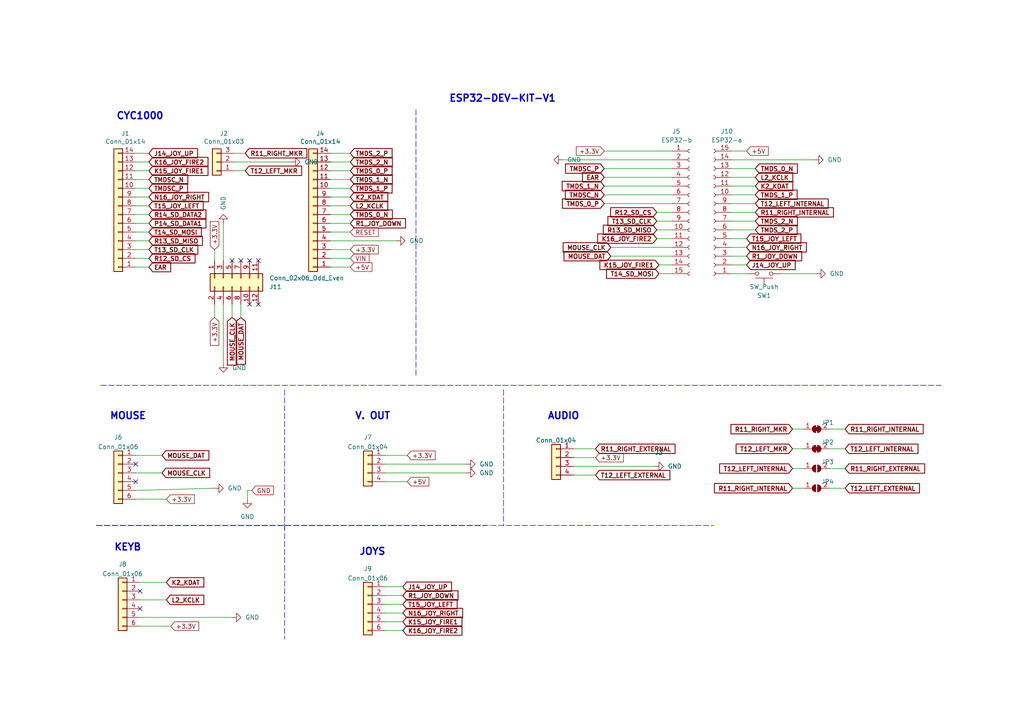
<source format=kicad_sch>
(kicad_sch (version 20211123) (generator eeschema)

  (uuid e63e39d7-6ac0-4ffd-8aa3-1841a4541b55)

  (paper "A4")

  (title_block
    (title "ATLAS RELOCATOR ESP32 DEV KIT V1 FINAL")
    (date "2023-06-05")
    (rev "FINAL")
    (company "The Experiment Group")
    (comment 1 "LICENSE OHL CERN V2 S")
    (comment 2 "https://ohwr.org/cern_ohl_s_v2.txt")
  )

  (lib_symbols
    (symbol "Connector:Conn_01x15_Female" (pin_names (offset 1.016) hide) (in_bom yes) (on_board yes)
      (property "Reference" "J" (id 0) (at 0 20.32 0)
        (effects (font (size 1.27 1.27)))
      )
      (property "Value" "Conn_01x15_Female" (id 1) (at 0 -20.32 0)
        (effects (font (size 1.27 1.27)))
      )
      (property "Footprint" "" (id 2) (at 0 0 0)
        (effects (font (size 1.27 1.27)) hide)
      )
      (property "Datasheet" "~" (id 3) (at 0 0 0)
        (effects (font (size 1.27 1.27)) hide)
      )
      (property "ki_keywords" "connector" (id 4) (at 0 0 0)
        (effects (font (size 1.27 1.27)) hide)
      )
      (property "ki_description" "Generic connector, single row, 01x15, script generated (kicad-library-utils/schlib/autogen/connector/)" (id 5) (at 0 0 0)
        (effects (font (size 1.27 1.27)) hide)
      )
      (property "ki_fp_filters" "Connector*:*_1x??_*" (id 6) (at 0 0 0)
        (effects (font (size 1.27 1.27)) hide)
      )
      (symbol "Conn_01x15_Female_1_1"
        (arc (start 0 -17.272) (mid -0.508 -17.78) (end 0 -18.288)
          (stroke (width 0.1524) (type default) (color 0 0 0 0))
          (fill (type none))
        )
        (arc (start 0 -14.732) (mid -0.508 -15.24) (end 0 -15.748)
          (stroke (width 0.1524) (type default) (color 0 0 0 0))
          (fill (type none))
        )
        (arc (start 0 -12.192) (mid -0.508 -12.7) (end 0 -13.208)
          (stroke (width 0.1524) (type default) (color 0 0 0 0))
          (fill (type none))
        )
        (arc (start 0 -9.652) (mid -0.508 -10.16) (end 0 -10.668)
          (stroke (width 0.1524) (type default) (color 0 0 0 0))
          (fill (type none))
        )
        (arc (start 0 -7.112) (mid -0.508 -7.62) (end 0 -8.128)
          (stroke (width 0.1524) (type default) (color 0 0 0 0))
          (fill (type none))
        )
        (arc (start 0 -4.572) (mid -0.508 -5.08) (end 0 -5.588)
          (stroke (width 0.1524) (type default) (color 0 0 0 0))
          (fill (type none))
        )
        (arc (start 0 -2.032) (mid -0.508 -2.54) (end 0 -3.048)
          (stroke (width 0.1524) (type default) (color 0 0 0 0))
          (fill (type none))
        )
        (polyline
          (pts
            (xy -1.27 -17.78)
            (xy -0.508 -17.78)
          )
          (stroke (width 0.1524) (type default) (color 0 0 0 0))
          (fill (type none))
        )
        (polyline
          (pts
            (xy -1.27 -15.24)
            (xy -0.508 -15.24)
          )
          (stroke (width 0.1524) (type default) (color 0 0 0 0))
          (fill (type none))
        )
        (polyline
          (pts
            (xy -1.27 -12.7)
            (xy -0.508 -12.7)
          )
          (stroke (width 0.1524) (type default) (color 0 0 0 0))
          (fill (type none))
        )
        (polyline
          (pts
            (xy -1.27 -10.16)
            (xy -0.508 -10.16)
          )
          (stroke (width 0.1524) (type default) (color 0 0 0 0))
          (fill (type none))
        )
        (polyline
          (pts
            (xy -1.27 -7.62)
            (xy -0.508 -7.62)
          )
          (stroke (width 0.1524) (type default) (color 0 0 0 0))
          (fill (type none))
        )
        (polyline
          (pts
            (xy -1.27 -5.08)
            (xy -0.508 -5.08)
          )
          (stroke (width 0.1524) (type default) (color 0 0 0 0))
          (fill (type none))
        )
        (polyline
          (pts
            (xy -1.27 -2.54)
            (xy -0.508 -2.54)
          )
          (stroke (width 0.1524) (type default) (color 0 0 0 0))
          (fill (type none))
        )
        (polyline
          (pts
            (xy -1.27 0)
            (xy -0.508 0)
          )
          (stroke (width 0.1524) (type default) (color 0 0 0 0))
          (fill (type none))
        )
        (polyline
          (pts
            (xy -1.27 2.54)
            (xy -0.508 2.54)
          )
          (stroke (width 0.1524) (type default) (color 0 0 0 0))
          (fill (type none))
        )
        (polyline
          (pts
            (xy -1.27 5.08)
            (xy -0.508 5.08)
          )
          (stroke (width 0.1524) (type default) (color 0 0 0 0))
          (fill (type none))
        )
        (polyline
          (pts
            (xy -1.27 7.62)
            (xy -0.508 7.62)
          )
          (stroke (width 0.1524) (type default) (color 0 0 0 0))
          (fill (type none))
        )
        (polyline
          (pts
            (xy -1.27 10.16)
            (xy -0.508 10.16)
          )
          (stroke (width 0.1524) (type default) (color 0 0 0 0))
          (fill (type none))
        )
        (polyline
          (pts
            (xy -1.27 12.7)
            (xy -0.508 12.7)
          )
          (stroke (width 0.1524) (type default) (color 0 0 0 0))
          (fill (type none))
        )
        (polyline
          (pts
            (xy -1.27 15.24)
            (xy -0.508 15.24)
          )
          (stroke (width 0.1524) (type default) (color 0 0 0 0))
          (fill (type none))
        )
        (polyline
          (pts
            (xy -1.27 17.78)
            (xy -0.508 17.78)
          )
          (stroke (width 0.1524) (type default) (color 0 0 0 0))
          (fill (type none))
        )
        (arc (start 0 0.508) (mid -0.508 0) (end 0 -0.508)
          (stroke (width 0.1524) (type default) (color 0 0 0 0))
          (fill (type none))
        )
        (arc (start 0 3.048) (mid -0.508 2.54) (end 0 2.032)
          (stroke (width 0.1524) (type default) (color 0 0 0 0))
          (fill (type none))
        )
        (arc (start 0 5.588) (mid -0.508 5.08) (end 0 4.572)
          (stroke (width 0.1524) (type default) (color 0 0 0 0))
          (fill (type none))
        )
        (arc (start 0 8.128) (mid -0.508 7.62) (end 0 7.112)
          (stroke (width 0.1524) (type default) (color 0 0 0 0))
          (fill (type none))
        )
        (arc (start 0 10.668) (mid -0.508 10.16) (end 0 9.652)
          (stroke (width 0.1524) (type default) (color 0 0 0 0))
          (fill (type none))
        )
        (arc (start 0 13.208) (mid -0.508 12.7) (end 0 12.192)
          (stroke (width 0.1524) (type default) (color 0 0 0 0))
          (fill (type none))
        )
        (arc (start 0 15.748) (mid -0.508 15.24) (end 0 14.732)
          (stroke (width 0.1524) (type default) (color 0 0 0 0))
          (fill (type none))
        )
        (arc (start 0 18.288) (mid -0.508 17.78) (end 0 17.272)
          (stroke (width 0.1524) (type default) (color 0 0 0 0))
          (fill (type none))
        )
        (pin passive line (at -5.08 17.78 0) (length 3.81)
          (name "Pin_1" (effects (font (size 1.27 1.27))))
          (number "1" (effects (font (size 1.27 1.27))))
        )
        (pin passive line (at -5.08 -5.08 0) (length 3.81)
          (name "Pin_10" (effects (font (size 1.27 1.27))))
          (number "10" (effects (font (size 1.27 1.27))))
        )
        (pin passive line (at -5.08 -7.62 0) (length 3.81)
          (name "Pin_11" (effects (font (size 1.27 1.27))))
          (number "11" (effects (font (size 1.27 1.27))))
        )
        (pin passive line (at -5.08 -10.16 0) (length 3.81)
          (name "Pin_12" (effects (font (size 1.27 1.27))))
          (number "12" (effects (font (size 1.27 1.27))))
        )
        (pin passive line (at -5.08 -12.7 0) (length 3.81)
          (name "Pin_13" (effects (font (size 1.27 1.27))))
          (number "13" (effects (font (size 1.27 1.27))))
        )
        (pin passive line (at -5.08 -15.24 0) (length 3.81)
          (name "Pin_14" (effects (font (size 1.27 1.27))))
          (number "14" (effects (font (size 1.27 1.27))))
        )
        (pin passive line (at -5.08 -17.78 0) (length 3.81)
          (name "Pin_15" (effects (font (size 1.27 1.27))))
          (number "15" (effects (font (size 1.27 1.27))))
        )
        (pin passive line (at -5.08 15.24 0) (length 3.81)
          (name "Pin_2" (effects (font (size 1.27 1.27))))
          (number "2" (effects (font (size 1.27 1.27))))
        )
        (pin passive line (at -5.08 12.7 0) (length 3.81)
          (name "Pin_3" (effects (font (size 1.27 1.27))))
          (number "3" (effects (font (size 1.27 1.27))))
        )
        (pin passive line (at -5.08 10.16 0) (length 3.81)
          (name "Pin_4" (effects (font (size 1.27 1.27))))
          (number "4" (effects (font (size 1.27 1.27))))
        )
        (pin passive line (at -5.08 7.62 0) (length 3.81)
          (name "Pin_5" (effects (font (size 1.27 1.27))))
          (number "5" (effects (font (size 1.27 1.27))))
        )
        (pin passive line (at -5.08 5.08 0) (length 3.81)
          (name "Pin_6" (effects (font (size 1.27 1.27))))
          (number "6" (effects (font (size 1.27 1.27))))
        )
        (pin passive line (at -5.08 2.54 0) (length 3.81)
          (name "Pin_7" (effects (font (size 1.27 1.27))))
          (number "7" (effects (font (size 1.27 1.27))))
        )
        (pin passive line (at -5.08 0 0) (length 3.81)
          (name "Pin_8" (effects (font (size 1.27 1.27))))
          (number "8" (effects (font (size 1.27 1.27))))
        )
        (pin passive line (at -5.08 -2.54 0) (length 3.81)
          (name "Pin_9" (effects (font (size 1.27 1.27))))
          (number "9" (effects (font (size 1.27 1.27))))
        )
      )
    )
    (symbol "Connector_Generic:Conn_01x03" (pin_names (offset 1.016) hide) (in_bom yes) (on_board yes)
      (property "Reference" "J" (id 0) (at 0 5.08 0)
        (effects (font (size 1.27 1.27)))
      )
      (property "Value" "Conn_01x03" (id 1) (at 0 -5.08 0)
        (effects (font (size 1.27 1.27)))
      )
      (property "Footprint" "" (id 2) (at 0 0 0)
        (effects (font (size 1.27 1.27)) hide)
      )
      (property "Datasheet" "~" (id 3) (at 0 0 0)
        (effects (font (size 1.27 1.27)) hide)
      )
      (property "ki_keywords" "connector" (id 4) (at 0 0 0)
        (effects (font (size 1.27 1.27)) hide)
      )
      (property "ki_description" "Generic connector, single row, 01x03, script generated (kicad-library-utils/schlib/autogen/connector/)" (id 5) (at 0 0 0)
        (effects (font (size 1.27 1.27)) hide)
      )
      (property "ki_fp_filters" "Connector*:*_1x??_*" (id 6) (at 0 0 0)
        (effects (font (size 1.27 1.27)) hide)
      )
      (symbol "Conn_01x03_1_1"
        (rectangle (start -1.27 -2.413) (end 0 -2.667)
          (stroke (width 0.1524) (type default) (color 0 0 0 0))
          (fill (type none))
        )
        (rectangle (start -1.27 0.127) (end 0 -0.127)
          (stroke (width 0.1524) (type default) (color 0 0 0 0))
          (fill (type none))
        )
        (rectangle (start -1.27 2.667) (end 0 2.413)
          (stroke (width 0.1524) (type default) (color 0 0 0 0))
          (fill (type none))
        )
        (rectangle (start -1.27 3.81) (end 1.27 -3.81)
          (stroke (width 0.254) (type default) (color 0 0 0 0))
          (fill (type background))
        )
        (pin passive line (at -5.08 2.54 0) (length 3.81)
          (name "Pin_1" (effects (font (size 1.27 1.27))))
          (number "1" (effects (font (size 1.27 1.27))))
        )
        (pin passive line (at -5.08 0 0) (length 3.81)
          (name "Pin_2" (effects (font (size 1.27 1.27))))
          (number "2" (effects (font (size 1.27 1.27))))
        )
        (pin passive line (at -5.08 -2.54 0) (length 3.81)
          (name "Pin_3" (effects (font (size 1.27 1.27))))
          (number "3" (effects (font (size 1.27 1.27))))
        )
      )
    )
    (symbol "Connector_Generic:Conn_01x04" (pin_names (offset 1.016) hide) (in_bom yes) (on_board yes)
      (property "Reference" "J" (id 0) (at 0 5.08 0)
        (effects (font (size 1.27 1.27)))
      )
      (property "Value" "Conn_01x04" (id 1) (at 0 -7.62 0)
        (effects (font (size 1.27 1.27)))
      )
      (property "Footprint" "" (id 2) (at 0 0 0)
        (effects (font (size 1.27 1.27)) hide)
      )
      (property "Datasheet" "~" (id 3) (at 0 0 0)
        (effects (font (size 1.27 1.27)) hide)
      )
      (property "ki_keywords" "connector" (id 4) (at 0 0 0)
        (effects (font (size 1.27 1.27)) hide)
      )
      (property "ki_description" "Generic connector, single row, 01x04, script generated (kicad-library-utils/schlib/autogen/connector/)" (id 5) (at 0 0 0)
        (effects (font (size 1.27 1.27)) hide)
      )
      (property "ki_fp_filters" "Connector*:*_1x??_*" (id 6) (at 0 0 0)
        (effects (font (size 1.27 1.27)) hide)
      )
      (symbol "Conn_01x04_1_1"
        (rectangle (start -1.27 -4.953) (end 0 -5.207)
          (stroke (width 0.1524) (type default) (color 0 0 0 0))
          (fill (type none))
        )
        (rectangle (start -1.27 -2.413) (end 0 -2.667)
          (stroke (width 0.1524) (type default) (color 0 0 0 0))
          (fill (type none))
        )
        (rectangle (start -1.27 0.127) (end 0 -0.127)
          (stroke (width 0.1524) (type default) (color 0 0 0 0))
          (fill (type none))
        )
        (rectangle (start -1.27 2.667) (end 0 2.413)
          (stroke (width 0.1524) (type default) (color 0 0 0 0))
          (fill (type none))
        )
        (rectangle (start -1.27 3.81) (end 1.27 -6.35)
          (stroke (width 0.254) (type default) (color 0 0 0 0))
          (fill (type background))
        )
        (pin passive line (at -5.08 2.54 0) (length 3.81)
          (name "Pin_1" (effects (font (size 1.27 1.27))))
          (number "1" (effects (font (size 1.27 1.27))))
        )
        (pin passive line (at -5.08 0 0) (length 3.81)
          (name "Pin_2" (effects (font (size 1.27 1.27))))
          (number "2" (effects (font (size 1.27 1.27))))
        )
        (pin passive line (at -5.08 -2.54 0) (length 3.81)
          (name "Pin_3" (effects (font (size 1.27 1.27))))
          (number "3" (effects (font (size 1.27 1.27))))
        )
        (pin passive line (at -5.08 -5.08 0) (length 3.81)
          (name "Pin_4" (effects (font (size 1.27 1.27))))
          (number "4" (effects (font (size 1.27 1.27))))
        )
      )
    )
    (symbol "Connector_Generic:Conn_01x06" (pin_names (offset 1.016) hide) (in_bom yes) (on_board yes)
      (property "Reference" "J" (id 0) (at 0 7.62 0)
        (effects (font (size 1.27 1.27)))
      )
      (property "Value" "Conn_01x06" (id 1) (at 0 -10.16 0)
        (effects (font (size 1.27 1.27)))
      )
      (property "Footprint" "" (id 2) (at 0 0 0)
        (effects (font (size 1.27 1.27)) hide)
      )
      (property "Datasheet" "~" (id 3) (at 0 0 0)
        (effects (font (size 1.27 1.27)) hide)
      )
      (property "ki_keywords" "connector" (id 4) (at 0 0 0)
        (effects (font (size 1.27 1.27)) hide)
      )
      (property "ki_description" "Generic connector, single row, 01x06, script generated (kicad-library-utils/schlib/autogen/connector/)" (id 5) (at 0 0 0)
        (effects (font (size 1.27 1.27)) hide)
      )
      (property "ki_fp_filters" "Connector*:*_1x??_*" (id 6) (at 0 0 0)
        (effects (font (size 1.27 1.27)) hide)
      )
      (symbol "Conn_01x06_1_1"
        (rectangle (start -1.27 -7.493) (end 0 -7.747)
          (stroke (width 0.1524) (type default) (color 0 0 0 0))
          (fill (type none))
        )
        (rectangle (start -1.27 -4.953) (end 0 -5.207)
          (stroke (width 0.1524) (type default) (color 0 0 0 0))
          (fill (type none))
        )
        (rectangle (start -1.27 -2.413) (end 0 -2.667)
          (stroke (width 0.1524) (type default) (color 0 0 0 0))
          (fill (type none))
        )
        (rectangle (start -1.27 0.127) (end 0 -0.127)
          (stroke (width 0.1524) (type default) (color 0 0 0 0))
          (fill (type none))
        )
        (rectangle (start -1.27 2.667) (end 0 2.413)
          (stroke (width 0.1524) (type default) (color 0 0 0 0))
          (fill (type none))
        )
        (rectangle (start -1.27 5.207) (end 0 4.953)
          (stroke (width 0.1524) (type default) (color 0 0 0 0))
          (fill (type none))
        )
        (rectangle (start -1.27 6.35) (end 1.27 -8.89)
          (stroke (width 0.254) (type default) (color 0 0 0 0))
          (fill (type background))
        )
        (pin passive line (at -5.08 5.08 0) (length 3.81)
          (name "Pin_1" (effects (font (size 1.27 1.27))))
          (number "1" (effects (font (size 1.27 1.27))))
        )
        (pin passive line (at -5.08 2.54 0) (length 3.81)
          (name "Pin_2" (effects (font (size 1.27 1.27))))
          (number "2" (effects (font (size 1.27 1.27))))
        )
        (pin passive line (at -5.08 0 0) (length 3.81)
          (name "Pin_3" (effects (font (size 1.27 1.27))))
          (number "3" (effects (font (size 1.27 1.27))))
        )
        (pin passive line (at -5.08 -2.54 0) (length 3.81)
          (name "Pin_4" (effects (font (size 1.27 1.27))))
          (number "4" (effects (font (size 1.27 1.27))))
        )
        (pin passive line (at -5.08 -5.08 0) (length 3.81)
          (name "Pin_5" (effects (font (size 1.27 1.27))))
          (number "5" (effects (font (size 1.27 1.27))))
        )
        (pin passive line (at -5.08 -7.62 0) (length 3.81)
          (name "Pin_6" (effects (font (size 1.27 1.27))))
          (number "6" (effects (font (size 1.27 1.27))))
        )
      )
    )
    (symbol "Connector_Generic:Conn_01x14" (pin_names (offset 1.016) hide) (in_bom yes) (on_board yes)
      (property "Reference" "J" (id 0) (at 0 17.78 0)
        (effects (font (size 1.27 1.27)))
      )
      (property "Value" "Conn_01x14" (id 1) (at 0 -20.32 0)
        (effects (font (size 1.27 1.27)))
      )
      (property "Footprint" "" (id 2) (at 0 0 0)
        (effects (font (size 1.27 1.27)) hide)
      )
      (property "Datasheet" "~" (id 3) (at 0 0 0)
        (effects (font (size 1.27 1.27)) hide)
      )
      (property "ki_keywords" "connector" (id 4) (at 0 0 0)
        (effects (font (size 1.27 1.27)) hide)
      )
      (property "ki_description" "Generic connector, single row, 01x14, script generated (kicad-library-utils/schlib/autogen/connector/)" (id 5) (at 0 0 0)
        (effects (font (size 1.27 1.27)) hide)
      )
      (property "ki_fp_filters" "Connector*:*_1x??_*" (id 6) (at 0 0 0)
        (effects (font (size 1.27 1.27)) hide)
      )
      (symbol "Conn_01x14_1_1"
        (rectangle (start -1.27 -17.653) (end 0 -17.907)
          (stroke (width 0.1524) (type default) (color 0 0 0 0))
          (fill (type none))
        )
        (rectangle (start -1.27 -15.113) (end 0 -15.367)
          (stroke (width 0.1524) (type default) (color 0 0 0 0))
          (fill (type none))
        )
        (rectangle (start -1.27 -12.573) (end 0 -12.827)
          (stroke (width 0.1524) (type default) (color 0 0 0 0))
          (fill (type none))
        )
        (rectangle (start -1.27 -10.033) (end 0 -10.287)
          (stroke (width 0.1524) (type default) (color 0 0 0 0))
          (fill (type none))
        )
        (rectangle (start -1.27 -7.493) (end 0 -7.747)
          (stroke (width 0.1524) (type default) (color 0 0 0 0))
          (fill (type none))
        )
        (rectangle (start -1.27 -4.953) (end 0 -5.207)
          (stroke (width 0.1524) (type default) (color 0 0 0 0))
          (fill (type none))
        )
        (rectangle (start -1.27 -2.413) (end 0 -2.667)
          (stroke (width 0.1524) (type default) (color 0 0 0 0))
          (fill (type none))
        )
        (rectangle (start -1.27 0.127) (end 0 -0.127)
          (stroke (width 0.1524) (type default) (color 0 0 0 0))
          (fill (type none))
        )
        (rectangle (start -1.27 2.667) (end 0 2.413)
          (stroke (width 0.1524) (type default) (color 0 0 0 0))
          (fill (type none))
        )
        (rectangle (start -1.27 5.207) (end 0 4.953)
          (stroke (width 0.1524) (type default) (color 0 0 0 0))
          (fill (type none))
        )
        (rectangle (start -1.27 7.747) (end 0 7.493)
          (stroke (width 0.1524) (type default) (color 0 0 0 0))
          (fill (type none))
        )
        (rectangle (start -1.27 10.287) (end 0 10.033)
          (stroke (width 0.1524) (type default) (color 0 0 0 0))
          (fill (type none))
        )
        (rectangle (start -1.27 12.827) (end 0 12.573)
          (stroke (width 0.1524) (type default) (color 0 0 0 0))
          (fill (type none))
        )
        (rectangle (start -1.27 15.367) (end 0 15.113)
          (stroke (width 0.1524) (type default) (color 0 0 0 0))
          (fill (type none))
        )
        (rectangle (start -1.27 16.51) (end 1.27 -19.05)
          (stroke (width 0.254) (type default) (color 0 0 0 0))
          (fill (type background))
        )
        (pin passive line (at -5.08 15.24 0) (length 3.81)
          (name "Pin_1" (effects (font (size 1.27 1.27))))
          (number "1" (effects (font (size 1.27 1.27))))
        )
        (pin passive line (at -5.08 -7.62 0) (length 3.81)
          (name "Pin_10" (effects (font (size 1.27 1.27))))
          (number "10" (effects (font (size 1.27 1.27))))
        )
        (pin passive line (at -5.08 -10.16 0) (length 3.81)
          (name "Pin_11" (effects (font (size 1.27 1.27))))
          (number "11" (effects (font (size 1.27 1.27))))
        )
        (pin passive line (at -5.08 -12.7 0) (length 3.81)
          (name "Pin_12" (effects (font (size 1.27 1.27))))
          (number "12" (effects (font (size 1.27 1.27))))
        )
        (pin passive line (at -5.08 -15.24 0) (length 3.81)
          (name "Pin_13" (effects (font (size 1.27 1.27))))
          (number "13" (effects (font (size 1.27 1.27))))
        )
        (pin passive line (at -5.08 -17.78 0) (length 3.81)
          (name "Pin_14" (effects (font (size 1.27 1.27))))
          (number "14" (effects (font (size 1.27 1.27))))
        )
        (pin passive line (at -5.08 12.7 0) (length 3.81)
          (name "Pin_2" (effects (font (size 1.27 1.27))))
          (number "2" (effects (font (size 1.27 1.27))))
        )
        (pin passive line (at -5.08 10.16 0) (length 3.81)
          (name "Pin_3" (effects (font (size 1.27 1.27))))
          (number "3" (effects (font (size 1.27 1.27))))
        )
        (pin passive line (at -5.08 7.62 0) (length 3.81)
          (name "Pin_4" (effects (font (size 1.27 1.27))))
          (number "4" (effects (font (size 1.27 1.27))))
        )
        (pin passive line (at -5.08 5.08 0) (length 3.81)
          (name "Pin_5" (effects (font (size 1.27 1.27))))
          (number "5" (effects (font (size 1.27 1.27))))
        )
        (pin passive line (at -5.08 2.54 0) (length 3.81)
          (name "Pin_6" (effects (font (size 1.27 1.27))))
          (number "6" (effects (font (size 1.27 1.27))))
        )
        (pin passive line (at -5.08 0 0) (length 3.81)
          (name "Pin_7" (effects (font (size 1.27 1.27))))
          (number "7" (effects (font (size 1.27 1.27))))
        )
        (pin passive line (at -5.08 -2.54 0) (length 3.81)
          (name "Pin_8" (effects (font (size 1.27 1.27))))
          (number "8" (effects (font (size 1.27 1.27))))
        )
        (pin passive line (at -5.08 -5.08 0) (length 3.81)
          (name "Pin_9" (effects (font (size 1.27 1.27))))
          (number "9" (effects (font (size 1.27 1.27))))
        )
      )
    )
    (symbol "Connector_Generic:Conn_02x06_Odd_Even" (pin_names (offset 1.016) hide) (in_bom yes) (on_board yes)
      (property "Reference" "J" (id 0) (at 1.27 7.62 0)
        (effects (font (size 1.27 1.27)))
      )
      (property "Value" "Conn_02x06_Odd_Even" (id 1) (at 1.27 -10.16 0)
        (effects (font (size 1.27 1.27)))
      )
      (property "Footprint" "" (id 2) (at 0 0 0)
        (effects (font (size 1.27 1.27)) hide)
      )
      (property "Datasheet" "~" (id 3) (at 0 0 0)
        (effects (font (size 1.27 1.27)) hide)
      )
      (property "ki_keywords" "connector" (id 4) (at 0 0 0)
        (effects (font (size 1.27 1.27)) hide)
      )
      (property "ki_description" "Generic connector, double row, 02x06, odd/even pin numbering scheme (row 1 odd numbers, row 2 even numbers), script generated (kicad-library-utils/schlib/autogen/connector/)" (id 5) (at 0 0 0)
        (effects (font (size 1.27 1.27)) hide)
      )
      (property "ki_fp_filters" "Connector*:*_2x??_*" (id 6) (at 0 0 0)
        (effects (font (size 1.27 1.27)) hide)
      )
      (symbol "Conn_02x06_Odd_Even_1_1"
        (rectangle (start -1.27 -7.493) (end 0 -7.747)
          (stroke (width 0.1524) (type default) (color 0 0 0 0))
          (fill (type none))
        )
        (rectangle (start -1.27 -4.953) (end 0 -5.207)
          (stroke (width 0.1524) (type default) (color 0 0 0 0))
          (fill (type none))
        )
        (rectangle (start -1.27 -2.413) (end 0 -2.667)
          (stroke (width 0.1524) (type default) (color 0 0 0 0))
          (fill (type none))
        )
        (rectangle (start -1.27 0.127) (end 0 -0.127)
          (stroke (width 0.1524) (type default) (color 0 0 0 0))
          (fill (type none))
        )
        (rectangle (start -1.27 2.667) (end 0 2.413)
          (stroke (width 0.1524) (type default) (color 0 0 0 0))
          (fill (type none))
        )
        (rectangle (start -1.27 5.207) (end 0 4.953)
          (stroke (width 0.1524) (type default) (color 0 0 0 0))
          (fill (type none))
        )
        (rectangle (start -1.27 6.35) (end 3.81 -8.89)
          (stroke (width 0.254) (type default) (color 0 0 0 0))
          (fill (type background))
        )
        (rectangle (start 3.81 -7.493) (end 2.54 -7.747)
          (stroke (width 0.1524) (type default) (color 0 0 0 0))
          (fill (type none))
        )
        (rectangle (start 3.81 -4.953) (end 2.54 -5.207)
          (stroke (width 0.1524) (type default) (color 0 0 0 0))
          (fill (type none))
        )
        (rectangle (start 3.81 -2.413) (end 2.54 -2.667)
          (stroke (width 0.1524) (type default) (color 0 0 0 0))
          (fill (type none))
        )
        (rectangle (start 3.81 0.127) (end 2.54 -0.127)
          (stroke (width 0.1524) (type default) (color 0 0 0 0))
          (fill (type none))
        )
        (rectangle (start 3.81 2.667) (end 2.54 2.413)
          (stroke (width 0.1524) (type default) (color 0 0 0 0))
          (fill (type none))
        )
        (rectangle (start 3.81 5.207) (end 2.54 4.953)
          (stroke (width 0.1524) (type default) (color 0 0 0 0))
          (fill (type none))
        )
        (pin passive line (at -5.08 5.08 0) (length 3.81)
          (name "Pin_1" (effects (font (size 1.27 1.27))))
          (number "1" (effects (font (size 1.27 1.27))))
        )
        (pin passive line (at 7.62 -5.08 180) (length 3.81)
          (name "Pin_10" (effects (font (size 1.27 1.27))))
          (number "10" (effects (font (size 1.27 1.27))))
        )
        (pin passive line (at -5.08 -7.62 0) (length 3.81)
          (name "Pin_11" (effects (font (size 1.27 1.27))))
          (number "11" (effects (font (size 1.27 1.27))))
        )
        (pin passive line (at 7.62 -7.62 180) (length 3.81)
          (name "Pin_12" (effects (font (size 1.27 1.27))))
          (number "12" (effects (font (size 1.27 1.27))))
        )
        (pin passive line (at 7.62 5.08 180) (length 3.81)
          (name "Pin_2" (effects (font (size 1.27 1.27))))
          (number "2" (effects (font (size 1.27 1.27))))
        )
        (pin passive line (at -5.08 2.54 0) (length 3.81)
          (name "Pin_3" (effects (font (size 1.27 1.27))))
          (number "3" (effects (font (size 1.27 1.27))))
        )
        (pin passive line (at 7.62 2.54 180) (length 3.81)
          (name "Pin_4" (effects (font (size 1.27 1.27))))
          (number "4" (effects (font (size 1.27 1.27))))
        )
        (pin passive line (at -5.08 0 0) (length 3.81)
          (name "Pin_5" (effects (font (size 1.27 1.27))))
          (number "5" (effects (font (size 1.27 1.27))))
        )
        (pin passive line (at 7.62 0 180) (length 3.81)
          (name "Pin_6" (effects (font (size 1.27 1.27))))
          (number "6" (effects (font (size 1.27 1.27))))
        )
        (pin passive line (at -5.08 -2.54 0) (length 3.81)
          (name "Pin_7" (effects (font (size 1.27 1.27))))
          (number "7" (effects (font (size 1.27 1.27))))
        )
        (pin passive line (at 7.62 -2.54 180) (length 3.81)
          (name "Pin_8" (effects (font (size 1.27 1.27))))
          (number "8" (effects (font (size 1.27 1.27))))
        )
        (pin passive line (at -5.08 -5.08 0) (length 3.81)
          (name "Pin_9" (effects (font (size 1.27 1.27))))
          (number "9" (effects (font (size 1.27 1.27))))
        )
      )
    )
    (symbol "Jumper:SolderJumper_2_Bridged" (pin_names (offset 0) hide) (in_bom yes) (on_board yes)
      (property "Reference" "JP" (id 0) (at 0 2.032 0)
        (effects (font (size 1.27 1.27)))
      )
      (property "Value" "SolderJumper_2_Bridged" (id 1) (at 0 -2.54 0)
        (effects (font (size 1.27 1.27)))
      )
      (property "Footprint" "" (id 2) (at 0 0 0)
        (effects (font (size 1.27 1.27)) hide)
      )
      (property "Datasheet" "~" (id 3) (at 0 0 0)
        (effects (font (size 1.27 1.27)) hide)
      )
      (property "ki_keywords" "solder jumper SPST" (id 4) (at 0 0 0)
        (effects (font (size 1.27 1.27)) hide)
      )
      (property "ki_description" "Solder Jumper, 2-pole, closed/bridged" (id 5) (at 0 0 0)
        (effects (font (size 1.27 1.27)) hide)
      )
      (property "ki_fp_filters" "SolderJumper*Bridged*" (id 6) (at 0 0 0)
        (effects (font (size 1.27 1.27)) hide)
      )
      (symbol "SolderJumper_2_Bridged_0_1"
        (rectangle (start -0.508 0.508) (end 0.508 -0.508)
          (stroke (width 0) (type default) (color 0 0 0 0))
          (fill (type outline))
        )
        (arc (start -0.254 1.016) (mid -1.27 0) (end -0.254 -1.016)
          (stroke (width 0) (type default) (color 0 0 0 0))
          (fill (type none))
        )
        (arc (start -0.254 1.016) (mid -1.27 0) (end -0.254 -1.016)
          (stroke (width 0) (type default) (color 0 0 0 0))
          (fill (type outline))
        )
        (polyline
          (pts
            (xy -0.254 1.016)
            (xy -0.254 -1.016)
          )
          (stroke (width 0) (type default) (color 0 0 0 0))
          (fill (type none))
        )
        (polyline
          (pts
            (xy 0.254 1.016)
            (xy 0.254 -1.016)
          )
          (stroke (width 0) (type default) (color 0 0 0 0))
          (fill (type none))
        )
        (arc (start 0.254 -1.016) (mid 1.27 0) (end 0.254 1.016)
          (stroke (width 0) (type default) (color 0 0 0 0))
          (fill (type none))
        )
        (arc (start 0.254 -1.016) (mid 1.27 0) (end 0.254 1.016)
          (stroke (width 0) (type default) (color 0 0 0 0))
          (fill (type outline))
        )
      )
      (symbol "SolderJumper_2_Bridged_1_1"
        (pin passive line (at -3.81 0 0) (length 2.54)
          (name "A" (effects (font (size 1.27 1.27))))
          (number "1" (effects (font (size 1.27 1.27))))
        )
        (pin passive line (at 3.81 0 180) (length 2.54)
          (name "B" (effects (font (size 1.27 1.27))))
          (number "2" (effects (font (size 1.27 1.27))))
        )
      )
    )
    (symbol "Jumper:SolderJumper_2_Open" (pin_names (offset 0) hide) (in_bom yes) (on_board yes)
      (property "Reference" "JP" (id 0) (at 0 2.032 0)
        (effects (font (size 1.27 1.27)))
      )
      (property "Value" "SolderJumper_2_Open" (id 1) (at 0 -2.54 0)
        (effects (font (size 1.27 1.27)))
      )
      (property "Footprint" "" (id 2) (at 0 0 0)
        (effects (font (size 1.27 1.27)) hide)
      )
      (property "Datasheet" "~" (id 3) (at 0 0 0)
        (effects (font (size 1.27 1.27)) hide)
      )
      (property "ki_keywords" "solder jumper SPST" (id 4) (at 0 0 0)
        (effects (font (size 1.27 1.27)) hide)
      )
      (property "ki_description" "Solder Jumper, 2-pole, open" (id 5) (at 0 0 0)
        (effects (font (size 1.27 1.27)) hide)
      )
      (property "ki_fp_filters" "SolderJumper*Open*" (id 6) (at 0 0 0)
        (effects (font (size 1.27 1.27)) hide)
      )
      (symbol "SolderJumper_2_Open_0_1"
        (arc (start -0.254 1.016) (mid -1.27 0) (end -0.254 -1.016)
          (stroke (width 0) (type default) (color 0 0 0 0))
          (fill (type none))
        )
        (arc (start -0.254 1.016) (mid -1.27 0) (end -0.254 -1.016)
          (stroke (width 0) (type default) (color 0 0 0 0))
          (fill (type outline))
        )
        (polyline
          (pts
            (xy -0.254 1.016)
            (xy -0.254 -1.016)
          )
          (stroke (width 0) (type default) (color 0 0 0 0))
          (fill (type none))
        )
        (polyline
          (pts
            (xy 0.254 1.016)
            (xy 0.254 -1.016)
          )
          (stroke (width 0) (type default) (color 0 0 0 0))
          (fill (type none))
        )
        (arc (start 0.254 -1.016) (mid 1.27 0) (end 0.254 1.016)
          (stroke (width 0) (type default) (color 0 0 0 0))
          (fill (type none))
        )
        (arc (start 0.254 -1.016) (mid 1.27 0) (end 0.254 1.016)
          (stroke (width 0) (type default) (color 0 0 0 0))
          (fill (type outline))
        )
      )
      (symbol "SolderJumper_2_Open_1_1"
        (pin passive line (at -3.81 0 0) (length 2.54)
          (name "A" (effects (font (size 1.27 1.27))))
          (number "1" (effects (font (size 1.27 1.27))))
        )
        (pin passive line (at 3.81 0 180) (length 2.54)
          (name "B" (effects (font (size 1.27 1.27))))
          (number "2" (effects (font (size 1.27 1.27))))
        )
      )
    )
    (symbol "Switch:SW_Push" (pin_numbers hide) (pin_names (offset 1.016) hide) (in_bom yes) (on_board yes)
      (property "Reference" "SW" (id 0) (at 1.27 2.54 0)
        (effects (font (size 1.27 1.27)) (justify left))
      )
      (property "Value" "SW_Push" (id 1) (at 0 -1.524 0)
        (effects (font (size 1.27 1.27)))
      )
      (property "Footprint" "" (id 2) (at 0 5.08 0)
        (effects (font (size 1.27 1.27)) hide)
      )
      (property "Datasheet" "~" (id 3) (at 0 5.08 0)
        (effects (font (size 1.27 1.27)) hide)
      )
      (property "ki_keywords" "switch normally-open pushbutton push-button" (id 4) (at 0 0 0)
        (effects (font (size 1.27 1.27)) hide)
      )
      (property "ki_description" "Push button switch, generic, two pins" (id 5) (at 0 0 0)
        (effects (font (size 1.27 1.27)) hide)
      )
      (symbol "SW_Push_0_1"
        (circle (center -2.032 0) (radius 0.508)
          (stroke (width 0) (type default) (color 0 0 0 0))
          (fill (type none))
        )
        (polyline
          (pts
            (xy 0 1.27)
            (xy 0 3.048)
          )
          (stroke (width 0) (type default) (color 0 0 0 0))
          (fill (type none))
        )
        (polyline
          (pts
            (xy 2.54 1.27)
            (xy -2.54 1.27)
          )
          (stroke (width 0) (type default) (color 0 0 0 0))
          (fill (type none))
        )
        (circle (center 2.032 0) (radius 0.508)
          (stroke (width 0) (type default) (color 0 0 0 0))
          (fill (type none))
        )
        (pin passive line (at -5.08 0 0) (length 2.54)
          (name "1" (effects (font (size 1.27 1.27))))
          (number "1" (effects (font (size 1.27 1.27))))
        )
        (pin passive line (at 5.08 0 180) (length 2.54)
          (name "2" (effects (font (size 1.27 1.27))))
          (number "2" (effects (font (size 1.27 1.27))))
        )
      )
    )
    (symbol "power:GND" (power) (pin_names (offset 0)) (in_bom yes) (on_board yes)
      (property "Reference" "#PWR" (id 0) (at 0 -6.35 0)
        (effects (font (size 1.27 1.27)) hide)
      )
      (property "Value" "GND" (id 1) (at 0 -3.81 0)
        (effects (font (size 1.27 1.27)))
      )
      (property "Footprint" "" (id 2) (at 0 0 0)
        (effects (font (size 1.27 1.27)) hide)
      )
      (property "Datasheet" "" (id 3) (at 0 0 0)
        (effects (font (size 1.27 1.27)) hide)
      )
      (property "ki_keywords" "global power" (id 4) (at 0 0 0)
        (effects (font (size 1.27 1.27)) hide)
      )
      (property "ki_description" "Power symbol creates a global label with name \"GND\" , ground" (id 5) (at 0 0 0)
        (effects (font (size 1.27 1.27)) hide)
      )
      (symbol "GND_0_1"
        (polyline
          (pts
            (xy 0 0)
            (xy 0 -1.27)
            (xy 1.27 -1.27)
            (xy 0 -2.54)
            (xy -1.27 -1.27)
            (xy 0 -1.27)
          )
          (stroke (width 0) (type default) (color 0 0 0 0))
          (fill (type none))
        )
      )
      (symbol "GND_1_1"
        (pin power_in line (at 0 0 270) (length 0) hide
          (name "GND" (effects (font (size 1.27 1.27))))
          (number "1" (effects (font (size 1.27 1.27))))
        )
      )
    )
  )


  (no_connect (at 72.39 88.265) (uuid 111502d3-bc4d-4c1c-8080-dca0e817f1c9))
  (no_connect (at 67.31 75.565) (uuid 253c03d4-f5f3-4d96-a1f6-25a3192db621))
  (no_connect (at 72.39 75.565) (uuid 4984d990-bf68-45fe-a1e7-29a427c19cd1))
  (no_connect (at 39.37 134.62) (uuid 6b9cdc51-fb41-43d3-89ed-207c225d9a4d))
  (no_connect (at 39.37 139.7) (uuid 6b9cdc51-fb41-43d3-89ed-207c225d9a4e))
  (no_connect (at 74.93 88.265) (uuid 8e190700-09f3-425d-b8b0-1e01b71238a4))
  (no_connect (at 40.64 171.45) (uuid a23b33eb-dec5-42a0-a954-7af99bc992ed))
  (no_connect (at 74.93 75.565) (uuid d4fc3f49-7257-4a58-a468-feb94ddbf5cc))
  (no_connect (at 69.85 75.565) (uuid d91c0830-751b-4673-954e-a68ebe38cd04))
  (no_connect (at 40.64 176.53) (uuid dbc440e0-a6ca-4845-8268-64fd301b902d))

  (wire (pts (xy 190.5 66.675) (xy 194.945 66.675))
    (stroke (width 0) (type default) (color 0 0 0 0))
    (uuid 00c06e1f-e39d-48bb-a0ab-3092128a438d)
  )
  (wire (pts (xy 101.6 74.93) (xy 95.885 74.93))
    (stroke (width 0) (type default) (color 0 0 0 0))
    (uuid 038e9792-bbbd-4d6a-ad41-0356a4fa93a7)
  )
  (wire (pts (xy 175.26 51.435) (xy 194.945 51.435))
    (stroke (width 0) (type default) (color 0 0 0 0))
    (uuid 09d12ea9-b9e2-4a19-88a4-1275264559ae)
  )
  (wire (pts (xy 43.18 72.39) (xy 39.37 72.39))
    (stroke (width 0) (type default) (color 0 0 0 0))
    (uuid 0a0fd5be-e7b2-43ae-9195-9d5873c1bab6)
  )
  (wire (pts (xy 219.075 56.515) (xy 212.09 56.515))
    (stroke (width 0) (type default) (color 0 0 0 0))
    (uuid 0dabea4f-68d2-4f7e-a724-f66293d5f6ed)
  )
  (wire (pts (xy 111.76 139.7) (xy 118.11 139.7))
    (stroke (width 0) (type default) (color 0 0 0 0))
    (uuid 103b1e01-3d39-4a78-967b-eefba89244a8)
  )
  (wire (pts (xy 40.64 181.61) (xy 49.53 181.61))
    (stroke (width 0) (type default) (color 0 0 0 0))
    (uuid 1071197f-2a7a-4b35-82fa-f82de863eebe)
  )
  (wire (pts (xy 219.075 51.435) (xy 212.09 51.435))
    (stroke (width 0) (type default) (color 0 0 0 0))
    (uuid 11b23d43-8011-4cc9-b5fd-d9aaeaf16137)
  )
  (wire (pts (xy 172.72 132.715) (xy 166.37 132.715))
    (stroke (width 0) (type default) (color 0 0 0 0))
    (uuid 128f8859-1391-4891-a5de-6211588a918f)
  )
  (wire (pts (xy 39.37 67.31) (xy 43.18 67.31))
    (stroke (width 0) (type default) (color 0 0 0 0))
    (uuid 18ea3245-215a-4186-bfd3-103d2b826964)
  )
  (wire (pts (xy 166.37 137.795) (xy 172.72 137.795))
    (stroke (width 0) (type default) (color 0 0 0 0))
    (uuid 1ac3c9fd-ae66-4c2c-a1f9-6966dd3aff14)
  )
  (wire (pts (xy 245.11 130.175) (xy 240.665 130.175))
    (stroke (width 0) (type default) (color 0 0 0 0))
    (uuid 1c3f1d2d-aff8-46e4-a63f-ba112dfd14dd)
  )
  (wire (pts (xy 219.075 53.975) (xy 212.09 53.975))
    (stroke (width 0) (type default) (color 0 0 0 0))
    (uuid 21e11c51-515a-4d19-b852-de086cffb3a8)
  )
  (wire (pts (xy 166.37 130.175) (xy 172.72 130.175))
    (stroke (width 0) (type default) (color 0 0 0 0))
    (uuid 24a44463-3bd8-4989-9d23-cd23b210ee51)
  )
  (wire (pts (xy 175.26 56.515) (xy 194.945 56.515))
    (stroke (width 0) (type default) (color 0 0 0 0))
    (uuid 25a9ac0d-85d1-49ad-8912-836ca939d1de)
  )
  (wire (pts (xy 175.26 48.895) (xy 194.945 48.895))
    (stroke (width 0) (type default) (color 0 0 0 0))
    (uuid 2757aef7-8120-4457-b9f0-f642318a03f6)
  )
  (wire (pts (xy 67.31 179.07) (xy 40.64 179.07))
    (stroke (width 0) (type default) (color 0 0 0 0))
    (uuid 296b4180-774a-43a6-8acd-d015c5fc10fb)
  )
  (wire (pts (xy 95.885 46.99) (xy 101.6 46.99))
    (stroke (width 0) (type default) (color 0 0 0 0))
    (uuid 2a87db75-06c1-42be-8ebe-b406cb7d5e92)
  )
  (wire (pts (xy 190.5 64.135) (xy 194.945 64.135))
    (stroke (width 0) (type default) (color 0 0 0 0))
    (uuid 2b238fd0-52a1-4260-a763-abe45e6b6e68)
  )
  (wire (pts (xy 39.37 44.45) (xy 43.18 44.45))
    (stroke (width 0) (type default) (color 0 0 0 0))
    (uuid 2b9d82dc-960e-4ccd-884e-5d8ee0b642eb)
  )
  (wire (pts (xy 39.37 57.15) (xy 43.18 57.15))
    (stroke (width 0) (type default) (color 0 0 0 0))
    (uuid 2bfa8f8d-cc33-4fca-be0b-891466c4dc5e)
  )
  (wire (pts (xy 95.885 54.61) (xy 101.6 54.61))
    (stroke (width 0) (type default) (color 0 0 0 0))
    (uuid 2dcff979-8e88-4387-9cce-d89792aa9b6b)
  )
  (wire (pts (xy 111.76 170.18) (xy 116.84 170.18))
    (stroke (width 0) (type default) (color 0 0 0 0))
    (uuid 2e2660b3-5efc-40b2-b674-ddba59c846e3)
  )
  (wire (pts (xy 39.37 74.93) (xy 43.18 74.93))
    (stroke (width 0) (type default) (color 0 0 0 0))
    (uuid 316d1ce4-a05b-435e-9135-3983d49264ca)
  )
  (wire (pts (xy 40.64 168.91) (xy 48.26 168.91))
    (stroke (width 0) (type default) (color 0 0 0 0))
    (uuid 32481892-a448-4b23-9b38-1037047254b4)
  )
  (wire (pts (xy 177.165 71.755) (xy 194.945 71.755))
    (stroke (width 0) (type default) (color 0 0 0 0))
    (uuid 363f5ff1-d6ce-4c38-92a4-7e0361f51377)
  )
  (wire (pts (xy 95.885 52.07) (xy 101.6 52.07))
    (stroke (width 0) (type default) (color 0 0 0 0))
    (uuid 367c86df-c904-4b5a-911a-b1928e1c33ea)
  )
  (wire (pts (xy 111.76 172.72) (xy 116.84 172.72))
    (stroke (width 0) (type default) (color 0 0 0 0))
    (uuid 3734a74d-04d2-4c4c-a336-885671673714)
  )
  (wire (pts (xy 219.075 59.055) (xy 212.09 59.055))
    (stroke (width 0) (type default) (color 0 0 0 0))
    (uuid 37c14f1d-7a58-4c5c-9eaf-e8e7d77cb4cb)
  )
  (wire (pts (xy 190.5 69.215) (xy 194.945 69.215))
    (stroke (width 0) (type default) (color 0 0 0 0))
    (uuid 382abaaf-6f71-40b4-b5a1-931e70944f66)
  )
  (wire (pts (xy 175.26 59.055) (xy 194.945 59.055))
    (stroke (width 0) (type default) (color 0 0 0 0))
    (uuid 3d429bbb-e97a-4825-907c-144e2447f610)
  )
  (wire (pts (xy 95.885 44.45) (xy 101.6 44.45))
    (stroke (width 0) (type default) (color 0 0 0 0))
    (uuid 4373d9c4-82aa-4cac-b73d-946ee27a0b2d)
  )
  (wire (pts (xy 245.11 124.46) (xy 240.665 124.46))
    (stroke (width 0) (type default) (color 0 0 0 0))
    (uuid 44b006c3-7d4d-4be3-b941-af659f55972d)
  )
  (polyline (pts (xy 146.05 113.03) (xy 146.05 152.4))
    (stroke (width 0) (type default) (color 0 0 0 0))
    (uuid 458f4e9e-6e80-48df-947f-f1c98493ccda)
  )

  (wire (pts (xy 245.11 135.89) (xy 240.665 135.89))
    (stroke (width 0) (type default) (color 0 0 0 0))
    (uuid 470b79b4-c393-4bb1-b1cf-e9e6b2d2184d)
  )
  (wire (pts (xy 95.885 59.69) (xy 101.6 59.69))
    (stroke (width 0) (type default) (color 0 0 0 0))
    (uuid 471665be-aad0-41d8-8ecf-9c7fdb131f1d)
  )
  (wire (pts (xy 64.77 64.77) (xy 64.77 75.565))
    (stroke (width 0) (type default) (color 0 0 0 0))
    (uuid 481c566b-603e-4c83-9dc8-60b2d0a83dde)
  )
  (wire (pts (xy 111.76 182.88) (xy 116.84 182.88))
    (stroke (width 0) (type default) (color 0 0 0 0))
    (uuid 48275b40-b544-44dd-830f-6aae35378b04)
  )
  (wire (pts (xy 62.23 141.605) (xy 39.37 142.24))
    (stroke (width 0) (type default) (color 0 0 0 0))
    (uuid 48dfd8ba-0a22-49cc-8940-bb1b1f774008)
  )
  (wire (pts (xy 111.76 132.08) (xy 118.11 132.08))
    (stroke (width 0) (type default) (color 0 0 0 0))
    (uuid 4b8c8ee6-ceb1-4d24-9562-8656f955fdbd)
  )
  (wire (pts (xy 216.535 74.295) (xy 212.09 74.295))
    (stroke (width 0) (type default) (color 0 0 0 0))
    (uuid 51518157-cbb0-4ea8-a982-c56cd795cb40)
  )
  (wire (pts (xy 95.885 64.77) (xy 101.6 64.77))
    (stroke (width 0) (type default) (color 0 0 0 0))
    (uuid 5a2fda27-7909-4f86-b4b4-d7ab024d7128)
  )
  (wire (pts (xy 135.255 137.16) (xy 111.76 137.16))
    (stroke (width 0) (type default) (color 0 0 0 0))
    (uuid 5a9d81c6-a70b-41a7-9dd3-802d9b046b2e)
  )
  (wire (pts (xy 95.885 77.47) (xy 101.6 77.47))
    (stroke (width 0) (type default) (color 0 0 0 0))
    (uuid 5ac1148b-bb0a-459c-ad6e-b0b4fa0db0e2)
  )
  (wire (pts (xy 67.945 49.53) (xy 71.12 49.53))
    (stroke (width 0) (type default) (color 0 0 0 0))
    (uuid 5b1c366c-a9d0-4d82-9e05-a07c5a4e2ef7)
  )
  (wire (pts (xy 229.87 124.46) (xy 233.045 124.46))
    (stroke (width 0) (type default) (color 0 0 0 0))
    (uuid 5e9ede90-f532-483d-bde7-64612d56db7c)
  )
  (polyline (pts (xy 27.94 152.4) (xy 140.97 152.4))
    (stroke (width 0) (type default) (color 0 0 0 0))
    (uuid 5f670bb5-8cc8-455b-8eb9-50a540eb8350)
  )

  (wire (pts (xy 229.87 135.89) (xy 233.045 135.89))
    (stroke (width 0) (type default) (color 0 0 0 0))
    (uuid 5fbaf7a0-7a90-4824-85e9-c6d6ee38750e)
  )
  (wire (pts (xy 111.76 177.8) (xy 116.84 177.8))
    (stroke (width 0) (type default) (color 0 0 0 0))
    (uuid 63f8506c-1818-43ed-813e-e88d7bc1f701)
  )
  (wire (pts (xy 39.37 77.47) (xy 43.18 77.47))
    (stroke (width 0) (type default) (color 0 0 0 0))
    (uuid 6808be3b-445c-41cd-a59b-d445c1208ea1)
  )
  (wire (pts (xy 216.535 43.815) (xy 212.09 43.815))
    (stroke (width 0) (type default) (color 0 0 0 0))
    (uuid 6c7a4e3a-5a39-490e-b7f4-f8a0ac800ff2)
  )
  (polyline (pts (xy 27.94 152.4) (xy 207.01 152.4))
    (stroke (width 0) (type default) (color 0 0 0 0))
    (uuid 6c7fc692-9aaa-4b83-bcc8-05a1d5ae1277)
  )
  (polyline (pts (xy 29.21 111.76) (xy 273.05 111.76))
    (stroke (width 0) (type default) (color 0 0 0 0))
    (uuid 6ddee5d3-a80e-4f2a-b8ce-792cb0e8ebb6)
  )

  (wire (pts (xy 95.885 62.23) (xy 101.6 62.23))
    (stroke (width 0) (type default) (color 0 0 0 0))
    (uuid 6f55a87b-8763-4833-8edc-7075b8c11144)
  )
  (polyline (pts (xy 82.55 113.03) (xy 82.55 153.67))
    (stroke (width 0) (type default) (color 0 0 0 0))
    (uuid 6f7a176e-7b10-45e2-9f0d-a3d8df94ae7a)
  )
  (polyline (pts (xy 82.55 152.4) (xy 82.55 185.42))
    (stroke (width 0) (type default) (color 0 0 0 0))
    (uuid 6fa519fc-fac9-4462-bbc5-6c021d6b9d6c)
  )

  (wire (pts (xy 84.455 46.99) (xy 67.945 46.99))
    (stroke (width 0) (type default) (color 0 0 0 0))
    (uuid 726d60c4-ad1b-469b-80c0-67811f6ed2dd)
  )
  (wire (pts (xy 216.535 76.835) (xy 212.09 76.835))
    (stroke (width 0) (type default) (color 0 0 0 0))
    (uuid 73fcacee-4f10-47a2-aef3-ece056fabf0b)
  )
  (wire (pts (xy 216.535 69.215) (xy 212.09 69.215))
    (stroke (width 0) (type default) (color 0 0 0 0))
    (uuid 74d0c098-ae57-4541-a575-fc183a8ff951)
  )
  (wire (pts (xy 39.37 132.08) (xy 46.99 132.08))
    (stroke (width 0) (type default) (color 0 0 0 0))
    (uuid 76752e48-a448-4dca-84c8-1c4d0d9d956d)
  )
  (wire (pts (xy 219.075 48.895) (xy 212.09 48.895))
    (stroke (width 0) (type default) (color 0 0 0 0))
    (uuid 77274de8-08a7-45ac-baa8-73845f408e33)
  )
  (wire (pts (xy 95.885 49.53) (xy 101.6 49.53))
    (stroke (width 0) (type default) (color 0 0 0 0))
    (uuid 7bcd28f6-599e-4b4b-887c-2d913c3b8148)
  )
  (wire (pts (xy 40.64 173.99) (xy 48.26 173.99))
    (stroke (width 0) (type default) (color 0 0 0 0))
    (uuid 7d0d365f-8d26-4c2b-800d-168f8eb4fea8)
  )
  (wire (pts (xy 216.535 79.375) (xy 212.09 79.375))
    (stroke (width 0) (type default) (color 0 0 0 0))
    (uuid 7e4829fb-7dd8-4019-bf50-0900efb543ef)
  )
  (wire (pts (xy 111.76 180.34) (xy 116.84 180.34))
    (stroke (width 0) (type default) (color 0 0 0 0))
    (uuid 7f344de6-20da-4e69-80cf-22ae8d6b3c03)
  )
  (wire (pts (xy 69.85 88.265) (xy 69.85 92.075))
    (stroke (width 0) (type default) (color 0 0 0 0))
    (uuid 7f612bc8-23f3-42e6-856b-bb15d95ba0cd)
  )
  (wire (pts (xy 43.18 69.85) (xy 39.37 69.85))
    (stroke (width 0) (type default) (color 0 0 0 0))
    (uuid 8606b0d8-3007-467b-bbcc-cd90d302faf3)
  )
  (polyline (pts (xy 120.65 31.75) (xy 120.65 109.22))
    (stroke (width 0) (type default) (color 0 0 0 0))
    (uuid 86db6d16-8857-4b4f-8aa8-004022b1c93a)
  )

  (wire (pts (xy 62.23 72.39) (xy 62.23 75.565))
    (stroke (width 0) (type default) (color 0 0 0 0))
    (uuid 89a33d33-3e29-477a-b49e-30f9199eb0b0)
  )
  (wire (pts (xy 64.77 105.41) (xy 64.77 88.265))
    (stroke (width 0) (type default) (color 0 0 0 0))
    (uuid 8ea3671d-0274-46da-a06b-27598da61400)
  )
  (wire (pts (xy 229.87 130.175) (xy 233.045 130.175))
    (stroke (width 0) (type default) (color 0 0 0 0))
    (uuid 9553b126-2ac9-430d-ba0a-c4061cdc9048)
  )
  (wire (pts (xy 219.075 61.595) (xy 212.09 61.595))
    (stroke (width 0) (type default) (color 0 0 0 0))
    (uuid 988d11a5-aac5-4dce-82d2-389b72550380)
  )
  (wire (pts (xy 177.165 74.295) (xy 194.945 74.295))
    (stroke (width 0) (type default) (color 0 0 0 0))
    (uuid 9a3f97fd-608c-4f52-bafd-82734de8d550)
  )
  (wire (pts (xy 39.37 62.23) (xy 43.18 62.23))
    (stroke (width 0) (type default) (color 0 0 0 0))
    (uuid 9b73c618-953a-4d86-bb06-25881e91fe42)
  )
  (wire (pts (xy 135.255 134.62) (xy 111.76 134.62))
    (stroke (width 0) (type default) (color 0 0 0 0))
    (uuid 9c8afa03-fe5b-491b-9065-f72900878bfe)
  )
  (wire (pts (xy 219.075 66.675) (xy 212.09 66.675))
    (stroke (width 0) (type default) (color 0 0 0 0))
    (uuid 9d860e01-96be-4809-bbeb-cf0de71d0301)
  )
  (wire (pts (xy 71.755 142.24) (xy 71.755 144.78))
    (stroke (width 0) (type default) (color 0 0 0 0))
    (uuid 9e291b26-e739-483a-a80a-4a867942bbd5)
  )
  (wire (pts (xy 163.195 46.355) (xy 194.945 46.355))
    (stroke (width 0) (type default) (color 0 0 0 0))
    (uuid a0210bb9-3ced-4376-a73b-1b13f46b00ab)
  )
  (wire (pts (xy 226.695 79.375) (xy 236.855 79.375))
    (stroke (width 0) (type default) (color 0 0 0 0))
    (uuid a1b48c98-955d-4061-8021-2d701a8ad2f3)
  )
  (wire (pts (xy 175.26 43.815) (xy 194.945 43.815))
    (stroke (width 0) (type default) (color 0 0 0 0))
    (uuid a26367c8-1820-4417-b467-027407170506)
  )
  (wire (pts (xy 245.11 141.605) (xy 240.665 141.605))
    (stroke (width 0) (type default) (color 0 0 0 0))
    (uuid ac923549-39f1-43f8-9527-5f5edcd8c38d)
  )
  (wire (pts (xy 39.37 137.16) (xy 46.99 137.16))
    (stroke (width 0) (type default) (color 0 0 0 0))
    (uuid af384b37-0d3e-4773-8aa7-c84ea245fb91)
  )
  (wire (pts (xy 114.935 69.85) (xy 95.885 69.85))
    (stroke (width 0) (type default) (color 0 0 0 0))
    (uuid af75f823-b8d1-4ca1-9023-b668125b0b92)
  )
  (wire (pts (xy 229.87 141.605) (xy 233.045 141.605))
    (stroke (width 0) (type default) (color 0 0 0 0))
    (uuid b4eccc2f-4c39-4a88-9e51-353ae0e161a9)
  )
  (wire (pts (xy 190.5 61.595) (xy 194.945 61.595))
    (stroke (width 0) (type default) (color 0 0 0 0))
    (uuid bc42aacd-c9eb-470d-a60f-34dc21151489)
  )
  (wire (pts (xy 191.135 76.835) (xy 194.945 76.835))
    (stroke (width 0) (type default) (color 0 0 0 0))
    (uuid c2c01efa-9939-49d9-a36c-c16fc243ebd3)
  )
  (wire (pts (xy 43.18 64.77) (xy 39.37 64.77))
    (stroke (width 0) (type default) (color 0 0 0 0))
    (uuid c3137a48-f0ed-425a-8950-1b3b801573be)
  )
  (wire (pts (xy 67.945 44.45) (xy 71.12 44.45))
    (stroke (width 0) (type default) (color 0 0 0 0))
    (uuid c39f9536-e31c-4b63-91f7-dce7a3df64d0)
  )
  (wire (pts (xy 219.075 64.135) (xy 212.09 64.135))
    (stroke (width 0) (type default) (color 0 0 0 0))
    (uuid c44e7158-5453-41f3-8fbc-a68596453bef)
  )
  (wire (pts (xy 39.37 54.61) (xy 43.18 54.61))
    (stroke (width 0) (type default) (color 0 0 0 0))
    (uuid d35d45d7-c2cf-424c-b81e-b94d0bf31e08)
  )
  (wire (pts (xy 236.22 46.355) (xy 212.09 46.355))
    (stroke (width 0) (type default) (color 0 0 0 0))
    (uuid d5d75089-e4d6-49a4-9d5c-b0c54a84ed71)
  )
  (wire (pts (xy 95.885 67.31) (xy 101.6 67.31))
    (stroke (width 0) (type default) (color 0 0 0 0))
    (uuid d5f7dfce-1639-4838-98b9-48a4e04a7873)
  )
  (wire (pts (xy 191.135 79.375) (xy 194.945 79.375))
    (stroke (width 0) (type default) (color 0 0 0 0))
    (uuid d6d19114-1bc0-406d-a583-cecd9ebaed79)
  )
  (wire (pts (xy 62.23 92.075) (xy 62.23 88.265))
    (stroke (width 0) (type default) (color 0 0 0 0))
    (uuid d6d93690-de40-4706-845a-84f06ee07562)
  )
  (wire (pts (xy 189.865 135.255) (xy 166.37 135.255))
    (stroke (width 0) (type default) (color 0 0 0 0))
    (uuid d7e243f1-17ac-477f-84e8-5ef7b216f2de)
  )
  (wire (pts (xy 39.37 144.78) (xy 48.26 144.78))
    (stroke (width 0) (type default) (color 0 0 0 0))
    (uuid d803dee4-2f70-4c55-be7c-684086c372ca)
  )
  (wire (pts (xy 73.025 142.24) (xy 71.755 142.24))
    (stroke (width 0) (type default) (color 0 0 0 0))
    (uuid e2698068-4ff4-4736-a729-237218787bcd)
  )
  (wire (pts (xy 39.37 52.07) (xy 43.18 52.07))
    (stroke (width 0) (type default) (color 0 0 0 0))
    (uuid e82ebb99-a6b9-48fa-9aa1-331985f42c93)
  )
  (wire (pts (xy 39.37 46.99) (xy 43.18 46.99))
    (stroke (width 0) (type default) (color 0 0 0 0))
    (uuid e86c5d55-d68b-4073-965d-7dcc52c79353)
  )
  (wire (pts (xy 95.885 57.15) (xy 101.6 57.15))
    (stroke (width 0) (type default) (color 0 0 0 0))
    (uuid e88004f0-d08d-4eca-ae1b-3c03340172f8)
  )
  (wire (pts (xy 39.37 49.53) (xy 43.18 49.53))
    (stroke (width 0) (type default) (color 0 0 0 0))
    (uuid ebb6575a-9052-4459-a1ad-76552ccc3f00)
  )
  (wire (pts (xy 95.885 72.39) (xy 101.6 72.39))
    (stroke (width 0) (type default) (color 0 0 0 0))
    (uuid ef0cc654-a079-4860-8b50-a457516d6bb2)
  )
  (wire (pts (xy 39.37 59.69) (xy 43.18 59.69))
    (stroke (width 0) (type default) (color 0 0 0 0))
    (uuid f01b3c23-82ba-47f2-9d13-6dc40a6ed6cc)
  )
  (wire (pts (xy 216.535 71.755) (xy 212.09 71.755))
    (stroke (width 0) (type default) (color 0 0 0 0))
    (uuid f28d7643-dddf-4836-8e23-176c9cab4f2c)
  )
  (wire (pts (xy 175.26 53.975) (xy 194.945 53.975))
    (stroke (width 0) (type default) (color 0 0 0 0))
    (uuid f5035368-7294-4036-8936-579905e1064f)
  )
  (wire (pts (xy 111.76 175.26) (xy 116.84 175.26))
    (stroke (width 0) (type default) (color 0 0 0 0))
    (uuid fabe51a3-19da-4295-81f8-fdc3889ac725)
  )
  (wire (pts (xy 67.31 92.075) (xy 67.31 88.265))
    (stroke (width 0) (type default) (color 0 0 0 0))
    (uuid fe67003c-067c-4304-83c5-5e4333f40fc0)
  )

  (text "MOUSE" (at 31.75 121.92 0)
    (effects (font (size 2.0066 2.0066) (thickness 0.4013) bold) (justify left bottom))
    (uuid 0a4048c7-624d-4fa3-ba3c-7ff3245e1912)
  )
  (text "CYC1000" (at 33.655 34.925 0)
    (effects (font (size 2.0066 2.0066) (thickness 0.4013) bold) (justify left bottom))
    (uuid 18794377-ee1b-428c-9558-1650a3c90ad2)
  )
  (text "AUDIO" (at 158.75 121.92 0)
    (effects (font (size 2.0066 2.0066) (thickness 0.4013) bold) (justify left bottom))
    (uuid 23242365-50ae-48d5-a9aa-0a0daf0a0c7b)
  )
  (text "KEYB" (at 33.02 160.02 0)
    (effects (font (size 2.0066 2.0066) (thickness 0.4013) bold) (justify left bottom))
    (uuid 460fbcf1-3e76-49f5-896e-a964f863b2bc)
  )
  (text "JOYS" (at 104.14 161.29 0)
    (effects (font (size 2.0066 2.0066) (thickness 0.4013) bold) (justify left bottom))
    (uuid 85cde129-289d-4158-845f-997340f77ff5)
  )
  (text "ESP32-DEV-KIT-V1\n" (at 130.175 29.845 0)
    (effects (font (size 2.0066 2.0066) (thickness 0.4013) bold) (justify left bottom))
    (uuid 9fde634b-ce50-4c6f-b6c8-d04bdc133a02)
  )
  (text "V. OUT" (at 102.87 121.92 0)
    (effects (font (size 2.0066 2.0066) (thickness 0.4013) bold) (justify left bottom))
    (uuid f9135800-400e-4c0f-b8ef-39cd4c7532ee)
  )

  (global_label "R13_SD_MISO" (shape input) (at 43.18 69.85 0) (fields_autoplaced)
    (effects (font (size 1.27 1.27) (thickness 0.254) bold) (justify left))
    (uuid 004ddc1b-89bc-4bb9-81f0-fc90a1d5faef)
    (property "Intersheet References" "${INTERSHEET_REFS}" (id 0) (at 12.065 12.065 0)
      (effects (font (size 1.27 1.27)) hide)
    )
  )
  (global_label "TMDS_0_N" (shape input) (at 219.075 48.895 0) (fields_autoplaced)
    (effects (font (size 1.27 1.27) (thickness 0.254) bold) (justify left))
    (uuid 0323236d-02c2-4519-810b-868d4109cb21)
    (property "Intersheet References" "${INTERSHEET_REFS}" (id 0) (at 101.6 -1.27 0)
      (effects (font (size 1.27 1.27)) hide)
    )
  )
  (global_label "R1_JOY_DOWN" (shape input) (at 116.84 172.72 0) (fields_autoplaced)
    (effects (font (size 1.27 1.27) (thickness 0.254) bold) (justify left))
    (uuid 0441f25d-a2b7-4ef8-89f8-fdf406c0b88f)
    (property "Intersheet References" "${INTERSHEET_REFS}" (id 0) (at -0.635 225.425 0)
      (effects (font (size 1.27 1.27)) hide)
    )
  )
  (global_label "T15_JOY_LEFT" (shape input) (at 116.84 175.26 0) (fields_autoplaced)
    (effects (font (size 1.27 1.27) (thickness 0.254) bold) (justify left))
    (uuid 0582e48c-4c4b-48c0-95e5-2b2a1e39d8be)
    (property "Intersheet References" "${INTERSHEET_REFS}" (id 0) (at 85.725 222.885 0)
      (effects (font (size 1.27 1.27)) hide)
    )
  )
  (global_label "+5V" (shape input) (at 216.535 43.815 0) (fields_autoplaced)
    (effects (font (size 1.27 1.27)) (justify left))
    (uuid 05aa1b06-390a-4d04-a60b-254814fd17bc)
    (property "Intersheet References" "${INTERSHEET_REFS}" (id 0) (at 222.8186 43.7356 0)
      (effects (font (size 1.27 1.27)) (justify left) hide)
    )
  )
  (global_label "T14_SD_MOSI" (shape input) (at 43.18 67.31 0) (fields_autoplaced)
    (effects (font (size 1.27 1.27) (thickness 0.254) bold) (justify left))
    (uuid 05dfeb29-650e-4ed2-94c7-8863543ca180)
    (property "Intersheet References" "${INTERSHEET_REFS}" (id 0) (at 12.065 12.065 0)
      (effects (font (size 1.27 1.27)) hide)
    )
  )
  (global_label "TMDSC_N" (shape input) (at 43.18 52.07 0) (fields_autoplaced)
    (effects (font (size 1.27 1.27) (thickness 0.254) bold) (justify left))
    (uuid 06e5f2ba-84df-4214-b7b2-f6087176c398)
    (property "Intersheet References" "${INTERSHEET_REFS}" (id 0) (at 12.065 12.065 0)
      (effects (font (size 1.27 1.27)) hide)
    )
  )
  (global_label "TMDS_1_N" (shape input) (at 101.6 52.07 0) (fields_autoplaced)
    (effects (font (size 1.27 1.27) (thickness 0.254) bold) (justify left))
    (uuid 0b234bf0-be58-4562-8577-137e46c866fb)
    (property "Intersheet References" "${INTERSHEET_REFS}" (id 0) (at -15.875 12.065 0)
      (effects (font (size 1.27 1.27)) hide)
    )
  )
  (global_label "TMDSC_P" (shape input) (at 175.26 48.895 180) (fields_autoplaced)
    (effects (font (size 1.27 1.27) (thickness 0.254) bold) (justify right))
    (uuid 0c3f6d31-93e6-4b00-abe8-83364c3c63cd)
    (property "Intersheet References" "${INTERSHEET_REFS}" (id 0) (at 206.375 91.44 0)
      (effects (font (size 1.27 1.27)) hide)
    )
  )
  (global_label "T12_LEFT_EXTERNAL" (shape input) (at 172.72 137.795 0) (fields_autoplaced)
    (effects (font (size 1.27 1.27) (thickness 0.254) bold) (justify left))
    (uuid 0c5077f5-be2e-453a-bb38-f09b0f188ba5)
    (property "Intersheet References" "${INTERSHEET_REFS}" (id 0) (at 194.0711 137.668 0)
      (effects (font (size 1.27 1.27) (thickness 0.254) bold) (justify left) hide)
    )
  )
  (global_label "R1_JOY_DOWN" (shape input) (at 101.6 64.77 0) (fields_autoplaced)
    (effects (font (size 1.27 1.27) (thickness 0.254) bold) (justify left))
    (uuid 0e25c370-3b33-4524-8c54-6f42f3ac0141)
    (property "Intersheet References" "${INTERSHEET_REFS}" (id 0) (at -15.875 12.065 0)
      (effects (font (size 1.27 1.27)) hide)
    )
  )
  (global_label "+5V" (shape input) (at 101.6 77.47 0) (fields_autoplaced)
    (effects (font (size 1.27 1.27)) (justify left))
    (uuid 11a65561-2ec4-44d9-af2f-288e2c63cc19)
    (property "Intersheet References" "${INTERSHEET_REFS}" (id 0) (at -15.875 12.065 0)
      (effects (font (size 1.27 1.27)) hide)
    )
  )
  (global_label "+3.3V" (shape input) (at 172.72 132.715 0) (fields_autoplaced)
    (effects (font (size 1.27 1.27)) (justify left))
    (uuid 1b1fa1d5-c664-478f-816a-da9c14199398)
    (property "Intersheet References" "${INTERSHEET_REFS}" (id 0) (at 55.245 72.39 0)
      (effects (font (size 1.27 1.27)) hide)
    )
  )
  (global_label "TMDS_1_N" (shape input) (at 175.26 53.975 180) (fields_autoplaced)
    (effects (font (size 1.27 1.27) (thickness 0.254) bold) (justify right))
    (uuid 1c6871e2-6fd1-49e7-a5bf-e973f1848099)
    (property "Intersheet References" "${INTERSHEET_REFS}" (id 0) (at 292.735 93.98 0)
      (effects (font (size 1.27 1.27)) hide)
    )
  )
  (global_label "MOUSE_CLK" (shape input) (at 177.165 71.755 180) (fields_autoplaced)
    (effects (font (size 1.27 1.27) (thickness 0.254) bold) (justify right))
    (uuid 2205407c-a53e-4bd3-9565-de0a36c286a9)
    (property "Intersheet References" "${INTERSHEET_REFS}" (id 0) (at 163.5548 71.882 0)
      (effects (font (size 1.27 1.27) (thickness 0.254) bold) (justify right) hide)
    )
  )
  (global_label "L2_KCLK" (shape input) (at 48.26 173.99 0) (fields_autoplaced)
    (effects (font (size 1.27 1.27) (thickness 0.254) bold) (justify left))
    (uuid 25a84988-190c-46b3-be3b-509f20c519c6)
    (property "Intersheet References" "${INTERSHEET_REFS}" (id 0) (at -69.215 126.365 0)
      (effects (font (size 1.27 1.27)) hide)
    )
  )
  (global_label "R11_RIGHT_MKR" (shape input) (at 229.87 124.46 180) (fields_autoplaced)
    (effects (font (size 1.27 1.27) (thickness 0.254) bold) (justify right))
    (uuid 2a1c0c07-0067-41b4-aa20-631cd6f488f4)
    (property "Intersheet References" "${INTERSHEET_REFS}" (id 0) (at 212.2079 124.333 0)
      (effects (font (size 1.27 1.27) (thickness 0.254) bold) (justify right) hide)
    )
  )
  (global_label "K15_JOY_FIRE1" (shape input) (at 43.18 49.53 0) (fields_autoplaced)
    (effects (font (size 1.27 1.27) (thickness 0.254) bold) (justify left))
    (uuid 2ce92ac6-89d1-4dc9-9f6e-478036d3fc82)
    (property "Intersheet References" "${INTERSHEET_REFS}" (id 0) (at 12.065 12.065 0)
      (effects (font (size 1.27 1.27)) hide)
    )
  )
  (global_label "TMDSC_N" (shape input) (at 175.26 56.515 180) (fields_autoplaced)
    (effects (font (size 1.27 1.27) (thickness 0.254) bold) (justify right))
    (uuid 30bcfc8b-228c-4b20-bd30-46be5d4f9615)
    (property "Intersheet References" "${INTERSHEET_REFS}" (id 0) (at 206.375 96.52 0)
      (effects (font (size 1.27 1.27)) hide)
    )
  )
  (global_label "TMDS_1_P" (shape input) (at 101.6 54.61 0) (fields_autoplaced)
    (effects (font (size 1.27 1.27) (thickness 0.254) bold) (justify left))
    (uuid 324ee9e5-49ee-4fd7-bd7a-ab7bfc05e2ed)
    (property "Intersheet References" "${INTERSHEET_REFS}" (id 0) (at -15.875 12.065 0)
      (effects (font (size 1.27 1.27)) hide)
    )
  )
  (global_label "R12_SD_CS" (shape input) (at 43.18 74.93 0) (fields_autoplaced)
    (effects (font (size 1.27 1.27) (thickness 0.254) bold) (justify left))
    (uuid 34871305-6e40-4a06-a583-0b4e83aff295)
    (property "Intersheet References" "${INTERSHEET_REFS}" (id 0) (at 12.065 12.065 0)
      (effects (font (size 1.27 1.27)) hide)
    )
  )
  (global_label "EAR" (shape input) (at 43.18 77.47 0) (fields_autoplaced)
    (effects (font (size 1.27 1.27) (thickness 0.254) bold) (justify left))
    (uuid 39c6d445-1bf4-43e5-a17e-104b525fa1ea)
    (property "Intersheet References" "${INTERSHEET_REFS}" (id 0) (at 12.065 12.065 0)
      (effects (font (size 1.27 1.27)) hide)
    )
  )
  (global_label "K2_KDAT" (shape input) (at 48.26 168.91 0) (fields_autoplaced)
    (effects (font (size 1.27 1.27) (thickness 0.254) bold) (justify left))
    (uuid 3cbabc8a-98d3-4e8b-87e2-a7aaca6897e2)
    (property "Intersheet References" "${INTERSHEET_REFS}" (id 0) (at -69.215 123.825 0)
      (effects (font (size 1.27 1.27)) hide)
    )
  )
  (global_label "TMDS_2_N" (shape input) (at 219.075 64.135 0) (fields_autoplaced)
    (effects (font (size 1.27 1.27) (thickness 0.254) bold) (justify left))
    (uuid 3e0cabe7-2a6e-4aae-a795-35bd1b9a29ce)
    (property "Intersheet References" "${INTERSHEET_REFS}" (id 0) (at 101.6 29.21 0)
      (effects (font (size 1.27 1.27)) hide)
    )
  )
  (global_label "R1_JOY_DOWN" (shape input) (at 216.535 74.295 0) (fields_autoplaced)
    (effects (font (size 1.27 1.27) (thickness 0.254) bold) (justify left))
    (uuid 3e4d94ad-e378-42ef-bcd7-c7ce39e3b3ca)
    (property "Intersheet References" "${INTERSHEET_REFS}" (id 0) (at 99.06 21.59 0)
      (effects (font (size 1.27 1.27)) hide)
    )
  )
  (global_label "R11_RIGHT_EXTERNAL" (shape input) (at 172.72 130.175 0) (fields_autoplaced)
    (effects (font (size 1.27 1.27) (thickness 0.254) bold) (justify left))
    (uuid 4128681e-7652-4bc7-8b25-9641fc50e245)
    (property "Intersheet References" "${INTERSHEET_REFS}" (id 0) (at 195.583 130.048 0)
      (effects (font (size 1.27 1.27) (thickness 0.254) bold) (justify left) hide)
    )
  )
  (global_label "TMDS_0_P" (shape input) (at 101.6 49.53 0) (fields_autoplaced)
    (effects (font (size 1.27 1.27) (thickness 0.254) bold) (justify left))
    (uuid 45c0d24a-899d-45a8-9179-f4f0cb6e4bdc)
    (property "Intersheet References" "${INTERSHEET_REFS}" (id 0) (at -15.875 12.065 0)
      (effects (font (size 1.27 1.27)) hide)
    )
  )
  (global_label "K16_JOY_FIRE2" (shape input) (at 43.18 46.99 0) (fields_autoplaced)
    (effects (font (size 1.27 1.27) (thickness 0.254) bold) (justify left))
    (uuid 47137ae1-6e37-474c-a18c-7434b2cf6e64)
    (property "Intersheet References" "${INTERSHEET_REFS}" (id 0) (at 12.065 12.065 0)
      (effects (font (size 1.27 1.27)) hide)
    )
  )
  (global_label "+3.3V" (shape input) (at 175.26 43.815 180) (fields_autoplaced)
    (effects (font (size 1.27 1.27)) (justify right))
    (uuid 50d8d80f-b8bf-4f40-aa71-e9a15df665a6)
    (property "Intersheet References" "${INTERSHEET_REFS}" (id 0) (at 167.1621 43.8944 0)
      (effects (font (size 1.27 1.27)) (justify right) hide)
    )
  )
  (global_label "T12_LEFT_INTERNAL" (shape input) (at 219.075 59.055 0) (fields_autoplaced)
    (effects (font (size 1.27 1.27) (thickness 0.254) bold) (justify left))
    (uuid 553a401e-fc53-456a-8258-d28ca9f11bc7)
    (property "Intersheet References" "${INTERSHEET_REFS}" (id 0) (at 240.0028 58.928 0)
      (effects (font (size 1.27 1.27) (thickness 0.254) bold) (justify left) hide)
    )
  )
  (global_label "N16_JOY_RIGHT" (shape input) (at 43.18 57.15 0) (fields_autoplaced)
    (effects (font (size 1.27 1.27) (thickness 0.254) bold) (justify left))
    (uuid 5564f3cc-b04a-437f-873b-97d96d365b24)
    (property "Intersheet References" "${INTERSHEET_REFS}" (id 0) (at 12.065 12.065 0)
      (effects (font (size 1.27 1.27)) hide)
    )
  )
  (global_label "T12_LEFT_MKR" (shape input) (at 71.12 49.53 0) (fields_autoplaced)
    (effects (font (size 1.27 1.27) (thickness 0.254) bold) (justify left))
    (uuid 5b939979-83f4-492c-9866-1d110eaa3f6d)
    (property "Intersheet References" "${INTERSHEET_REFS}" (id 0) (at 87.2702 49.403 0)
      (effects (font (size 1.27 1.27) (thickness 0.254) bold) (justify left) hide)
    )
  )
  (global_label "K2_KDAT" (shape input) (at 219.075 53.975 0) (fields_autoplaced)
    (effects (font (size 1.27 1.27) (thickness 0.254) bold) (justify left))
    (uuid 625185ba-e777-4617-9360-7c67df1f749a)
    (property "Intersheet References" "${INTERSHEET_REFS}" (id 0) (at 101.6 8.89 0)
      (effects (font (size 1.27 1.27)) hide)
    )
  )
  (global_label "R11_RIGHT_INTERNAL" (shape input) (at 219.075 61.595 0) (fields_autoplaced)
    (effects (font (size 1.27 1.27) (thickness 0.254) bold) (justify left))
    (uuid 63d253cf-4b20-455c-a90b-badfd168b473)
    (property "Intersheet References" "${INTERSHEET_REFS}" (id 0) (at 241.5147 61.468 0)
      (effects (font (size 1.27 1.27) (thickness 0.254) bold) (justify left) hide)
    )
  )
  (global_label "T13_SD_CLK" (shape input) (at 43.18 72.39 0) (fields_autoplaced)
    (effects (font (size 1.27 1.27) (thickness 0.254) bold) (justify left))
    (uuid 64713cb1-5833-4312-a762-7f112cc431b6)
    (property "Intersheet References" "${INTERSHEET_REFS}" (id 0) (at 12.065 12.065 0)
      (effects (font (size 1.27 1.27)) hide)
    )
  )
  (global_label "MOUSE_CLK" (shape input) (at 46.99 137.16 0) (fields_autoplaced)
    (effects (font (size 1.27 1.27) (thickness 0.254) bold) (justify left))
    (uuid 6bf8f8d4-e77b-4bb7-9078-3071842e669c)
    (property "Intersheet References" "${INTERSHEET_REFS}" (id 0) (at 60.6002 137.033 0)
      (effects (font (size 1.27 1.27) (thickness 0.254) bold) (justify left) hide)
    )
  )
  (global_label "P14_SD_DATA1" (shape input) (at 43.18 64.77 0) (fields_autoplaced)
    (effects (font (size 1.27 1.27) (thickness 0.254) bold) (justify left))
    (uuid 6c79a9cd-fb14-4078-8d39-42e5a14de4d2)
    (property "Intersheet References" "${INTERSHEET_REFS}" (id 0) (at 12.065 12.065 0)
      (effects (font (size 1.27 1.27)) hide)
    )
  )
  (global_label "T12_LEFT_INTERNAL" (shape input) (at 245.11 130.175 0) (fields_autoplaced)
    (effects (font (size 1.27 1.27) (thickness 0.254) bold) (justify left))
    (uuid 6f93394a-e853-4165-83b5-1ea2365f446c)
    (property "Intersheet References" "${INTERSHEET_REFS}" (id 0) (at 266.0378 130.048 0)
      (effects (font (size 1.27 1.27) (thickness 0.254) bold) (justify left) hide)
    )
  )
  (global_label "L2_KCLK" (shape input) (at 219.075 51.435 0) (fields_autoplaced)
    (effects (font (size 1.27 1.27) (thickness 0.254) bold) (justify left))
    (uuid 70bc3aa0-d405-4e0c-b34c-e89bcb7c717a)
    (property "Intersheet References" "${INTERSHEET_REFS}" (id 0) (at 101.6 3.81 0)
      (effects (font (size 1.27 1.27)) hide)
    )
  )
  (global_label "+3.3V" (shape input) (at 48.26 144.78 0) (fields_autoplaced)
    (effects (font (size 1.27 1.27)) (justify left))
    (uuid 75806d5c-12a7-41be-a63f-61aa3efaeb77)
    (property "Intersheet References" "${INTERSHEET_REFS}" (id 0) (at -69.215 84.455 0)
      (effects (font (size 1.27 1.27)) hide)
    )
  )
  (global_label "+3.3V" (shape input) (at 49.53 181.61 0) (fields_autoplaced)
    (effects (font (size 1.27 1.27)) (justify left))
    (uuid 76ce4b65-9aec-4dcb-b908-9d878636ceec)
    (property "Intersheet References" "${INTERSHEET_REFS}" (id 0) (at -67.945 121.285 0)
      (effects (font (size 1.27 1.27)) hide)
    )
  )
  (global_label "EAR" (shape input) (at 175.26 51.435 180) (fields_autoplaced)
    (effects (font (size 1.27 1.27) (thickness 0.254) bold) (justify right))
    (uuid 7b03a9ef-04c7-4f71-aadd-6f66560c6937)
    (property "Intersheet References" "${INTERSHEET_REFS}" (id 0) (at 206.375 116.84 0)
      (effects (font (size 1.27 1.27)) hide)
    )
  )
  (global_label "+3.3V" (shape input) (at 101.6 72.39 0) (fields_autoplaced)
    (effects (font (size 1.27 1.27)) (justify left))
    (uuid 7c399e77-6ac9-401c-bc55-83c542b43225)
    (property "Intersheet References" "${INTERSHEET_REFS}" (id 0) (at -15.875 12.065 0)
      (effects (font (size 1.27 1.27)) hide)
    )
  )
  (global_label "K15_JOY_FIRE1" (shape input) (at 191.135 76.835 180) (fields_autoplaced)
    (effects (font (size 1.27 1.27) (thickness 0.254) bold) (justify right))
    (uuid 7c633187-5b7f-46d6-83ef-767ac3f4c2ee)
    (property "Intersheet References" "${INTERSHEET_REFS}" (id 0) (at 222.25 114.3 0)
      (effects (font (size 1.27 1.27)) hide)
    )
  )
  (global_label "R13_SD_MISO" (shape input) (at 190.5 66.675 180) (fields_autoplaced)
    (effects (font (size 1.27 1.27) (thickness 0.254) bold) (justify right))
    (uuid 7d75aabb-9894-4f8e-97bf-be569486f7f7)
    (property "Intersheet References" "${INTERSHEET_REFS}" (id 0) (at 221.615 124.46 0)
      (effects (font (size 1.27 1.27)) hide)
    )
  )
  (global_label "T12_LEFT_INTERNAL" (shape input) (at 229.87 135.89 180) (fields_autoplaced)
    (effects (font (size 1.27 1.27) (thickness 0.254) bold) (justify right))
    (uuid 7ea7713f-7aca-4615-b93d-71488f8a9bbb)
    (property "Intersheet References" "${INTERSHEET_REFS}" (id 0) (at 208.9422 135.763 0)
      (effects (font (size 1.27 1.27) (thickness 0.254) bold) (justify right) hide)
    )
  )
  (global_label "+3.3V" (shape input) (at 118.11 132.08 0) (fields_autoplaced)
    (effects (font (size 1.27 1.27)) (justify left))
    (uuid 7f3e5328-02e7-497b-bcc2-3c96f5c2bcf5)
    (property "Intersheet References" "${INTERSHEET_REFS}" (id 0) (at 0.635 71.755 0)
      (effects (font (size 1.27 1.27)) hide)
    )
  )
  (global_label "+5V" (shape input) (at 118.11 139.7 0) (fields_autoplaced)
    (effects (font (size 1.27 1.27)) (justify left))
    (uuid 8033b0c1-e761-431d-8ef0-28b98d951929)
    (property "Intersheet References" "${INTERSHEET_REFS}" (id 0) (at 0.635 74.295 0)
      (effects (font (size 1.27 1.27)) hide)
    )
  )
  (global_label "GND" (shape input) (at 73.025 142.24 0) (fields_autoplaced)
    (effects (font (size 1.27 1.27)) (justify left))
    (uuid 82f9bcd8-88db-4859-8b90-9f48ea8abceb)
    (property "Intersheet References" "${INTERSHEET_REFS}" (id 0) (at 79.3086 142.1606 0)
      (effects (font (size 1.27 1.27)) (justify left) hide)
    )
  )
  (global_label "T15_JOY_LEFT" (shape input) (at 216.535 69.215 0) (fields_autoplaced)
    (effects (font (size 1.27 1.27) (thickness 0.254) bold) (justify left))
    (uuid 861ba5bf-bf21-42ee-94dd-bb76f64199b7)
    (property "Intersheet References" "${INTERSHEET_REFS}" (id 0) (at 185.42 21.59 0)
      (effects (font (size 1.27 1.27)) hide)
    )
  )
  (global_label "VIN" (shape input) (at 101.6 74.93 0) (fields_autoplaced)
    (effects (font (size 1.27 1.27)) (justify left))
    (uuid 8a2b8fdd-148f-4f3d-98b1-7213f4b81143)
    (property "Intersheet References" "${INTERSHEET_REFS}" (id 0) (at -15.875 12.065 0)
      (effects (font (size 1.27 1.27)) hide)
    )
  )
  (global_label "T14_SD_MOSI" (shape input) (at 191.135 79.375 180) (fields_autoplaced)
    (effects (font (size 1.27 1.27) (thickness 0.254) bold) (justify right))
    (uuid 8ebba346-9fe3-43b6-9e0b-81e352824aa6)
    (property "Intersheet References" "${INTERSHEET_REFS}" (id 0) (at 222.25 134.62 0)
      (effects (font (size 1.27 1.27)) hide)
    )
  )
  (global_label "TMDS_2_P" (shape input) (at 101.6 44.45 0) (fields_autoplaced)
    (effects (font (size 1.27 1.27) (thickness 0.254) bold) (justify left))
    (uuid 8ee0cc30-c0f4-457b-9ec5-93fb71ef0aa1)
    (property "Intersheet References" "${INTERSHEET_REFS}" (id 0) (at -15.875 12.065 0)
      (effects (font (size 1.27 1.27)) hide)
    )
  )
  (global_label "R11_RIGHT_INTERNAL" (shape input) (at 245.11 124.46 0) (fields_autoplaced)
    (effects (font (size 1.27 1.27) (thickness 0.254) bold) (justify left))
    (uuid 8f20f1cc-346d-42ba-8ee0-fb17241d0772)
    (property "Intersheet References" "${INTERSHEET_REFS}" (id 0) (at 267.5497 124.333 0)
      (effects (font (size 1.27 1.27) (thickness 0.254) bold) (justify left) hide)
    )
  )
  (global_label "TMDS_1_P" (shape input) (at 219.075 56.515 0) (fields_autoplaced)
    (effects (font (size 1.27 1.27) (thickness 0.254) bold) (justify left))
    (uuid 96c15667-03fe-4f24-9ccf-19b7cb51e7c0)
    (property "Intersheet References" "${INTERSHEET_REFS}" (id 0) (at 101.6 13.97 0)
      (effects (font (size 1.27 1.27)) hide)
    )
  )
  (global_label "J14_JOY_UP" (shape input) (at 216.535 76.835 0) (fields_autoplaced)
    (effects (font (size 1.27 1.27) (thickness 0.254) bold) (justify left))
    (uuid 99f6a49a-c427-4bb4-a26f-d48ef6bbc199)
    (property "Intersheet References" "${INTERSHEET_REFS}" (id 0) (at 185.42 44.45 0)
      (effects (font (size 1.27 1.27)) hide)
    )
  )
  (global_label "N16_JOY_RIGHT" (shape input) (at 116.84 177.8 0) (fields_autoplaced)
    (effects (font (size 1.27 1.27) (thickness 0.254) bold) (justify left))
    (uuid 9f31c3b0-91a0-49e7-ae91-e4717640f10a)
    (property "Intersheet References" "${INTERSHEET_REFS}" (id 0) (at 85.725 222.885 0)
      (effects (font (size 1.27 1.27)) hide)
    )
  )
  (global_label "TMDS_2_N" (shape input) (at 101.6 46.99 0) (fields_autoplaced)
    (effects (font (size 1.27 1.27) (thickness 0.254) bold) (justify left))
    (uuid a22c1fb7-8715-487c-821c-69e66c161956)
    (property "Intersheet References" "${INTERSHEET_REFS}" (id 0) (at -15.875 12.065 0)
      (effects (font (size 1.27 1.27)) hide)
    )
  )
  (global_label "K15_JOY_FIRE1" (shape input) (at 116.84 180.34 0) (fields_autoplaced)
    (effects (font (size 1.27 1.27) (thickness 0.254) bold) (justify left))
    (uuid a724088b-13fa-432a-b66b-aa48d4c19c84)
    (property "Intersheet References" "${INTERSHEET_REFS}" (id 0) (at 85.725 217.805 0)
      (effects (font (size 1.27 1.27)) hide)
    )
  )
  (global_label "RESET" (shape input) (at 101.6 67.31 0) (fields_autoplaced)
    (effects (font (size 1.27 1.27)) (justify left))
    (uuid a7a7b8f6-7e66-43ef-863c-6ee151829075)
    (property "Intersheet References" "${INTERSHEET_REFS}" (id 0) (at -15.875 12.065 0)
      (effects (font (size 1.27 1.27)) hide)
    )
  )
  (global_label "R11_RIGHT_INTERNAL" (shape input) (at 229.87 141.605 180) (fields_autoplaced)
    (effects (font (size 1.27 1.27) (thickness 0.254) bold) (justify right))
    (uuid a888b6db-d13d-48ab-a0b1-1335a7544d31)
    (property "Intersheet References" "${INTERSHEET_REFS}" (id 0) (at 207.4303 141.478 0)
      (effects (font (size 1.27 1.27) (thickness 0.254) bold) (justify right) hide)
    )
  )
  (global_label "L2_KCLK" (shape input) (at 101.6 59.69 0) (fields_autoplaced)
    (effects (font (size 1.27 1.27) (thickness 0.254) bold) (justify left))
    (uuid b127cdd2-34c3-48a5-b6b1-4554e51b506e)
    (property "Intersheet References" "${INTERSHEET_REFS}" (id 0) (at -15.875 12.065 0)
      (effects (font (size 1.27 1.27)) hide)
    )
  )
  (global_label "K2_KDAT" (shape input) (at 101.6 57.15 0) (fields_autoplaced)
    (effects (font (size 1.27 1.27) (thickness 0.254) bold) (justify left))
    (uuid b504edec-bb5c-44dd-a419-c8a1b70e2bb4)
    (property "Intersheet References" "${INTERSHEET_REFS}" (id 0) (at -15.875 12.065 0)
      (effects (font (size 1.27 1.27)) hide)
    )
  )
  (global_label "MOUSE_CLK" (shape input) (at 67.31 92.075 270) (fields_autoplaced)
    (effects (font (size 1.27 1.27) (thickness 0.254) bold) (justify right))
    (uuid b7a693de-9501-4ad6-a5b7-60c35d11a140)
    (property "Intersheet References" "${INTERSHEET_REFS}" (id 0) (at 67.183 105.6852 90)
      (effects (font (size 1.27 1.27) (thickness 0.254) bold) (justify right) hide)
    )
  )
  (global_label "MOUSE_DAT" (shape input) (at 177.165 74.295 180) (fields_autoplaced)
    (effects (font (size 1.27 1.27) (thickness 0.254) bold) (justify right))
    (uuid bb24eeb8-137a-43b4-aca2-d7a4ab50dd65)
    (property "Intersheet References" "${INTERSHEET_REFS}" (id 0) (at 163.7967 74.422 0)
      (effects (font (size 1.27 1.27) (thickness 0.254) bold) (justify right) hide)
    )
  )
  (global_label "R14_SD_DATA2" (shape input) (at 43.18 62.23 0) (fields_autoplaced)
    (effects (font (size 1.27 1.27) (thickness 0.254) bold) (justify left))
    (uuid bc1fdf0b-50c5-4074-9e63-2a036f703f42)
    (property "Intersheet References" "${INTERSHEET_REFS}" (id 0) (at 12.065 12.065 0)
      (effects (font (size 1.27 1.27)) hide)
    )
  )
  (global_label "K16_JOY_FIRE2" (shape input) (at 190.5 69.215 180) (fields_autoplaced)
    (effects (font (size 1.27 1.27) (thickness 0.254) bold) (justify right))
    (uuid bc6997db-ec17-4865-82ee-587ac6cd09bd)
    (property "Intersheet References" "${INTERSHEET_REFS}" (id 0) (at 221.615 104.14 0)
      (effects (font (size 1.27 1.27)) hide)
    )
  )
  (global_label "MOUSE_DAT" (shape input) (at 46.99 132.08 0) (fields_autoplaced)
    (effects (font (size 1.27 1.27) (thickness 0.254) bold) (justify left))
    (uuid c32d3453-4d9b-4421-baac-444d5173d229)
    (property "Intersheet References" "${INTERSHEET_REFS}" (id 0) (at 60.3583 131.953 0)
      (effects (font (size 1.27 1.27) (thickness 0.254) bold) (justify left) hide)
    )
  )
  (global_label "+3.3V" (shape input) (at 62.23 72.39 90) (fields_autoplaced)
    (effects (font (size 1.27 1.27)) (justify left))
    (uuid cac88fe1-ce36-49bd-aa1e-0c4c8b2430f8)
    (property "Intersheet References" "${INTERSHEET_REFS}" (id 0) (at 122.555 189.865 0)
      (effects (font (size 1.27 1.27)) hide)
    )
  )
  (global_label "TMDS_2_P" (shape input) (at 219.075 66.675 0) (fields_autoplaced)
    (effects (font (size 1.27 1.27) (thickness 0.254) bold) (justify left))
    (uuid cfd053cd-f6d6-40f5-8e76-a1a2bef0d084)
    (property "Intersheet References" "${INTERSHEET_REFS}" (id 0) (at 101.6 34.29 0)
      (effects (font (size 1.27 1.27)) hide)
    )
  )
  (global_label "R11_RIGHT_EXTERNAL" (shape input) (at 245.11 135.89 0) (fields_autoplaced)
    (effects (font (size 1.27 1.27) (thickness 0.254) bold) (justify left))
    (uuid d01463d5-4693-421b-a929-44c0f292a855)
    (property "Intersheet References" "${INTERSHEET_REFS}" (id 0) (at 267.973 135.763 0)
      (effects (font (size 1.27 1.27) (thickness 0.254) bold) (justify left) hide)
    )
  )
  (global_label "TMDS_0_P" (shape input) (at 175.26 59.055 180) (fields_autoplaced)
    (effects (font (size 1.27 1.27) (thickness 0.254) bold) (justify right))
    (uuid d17a9611-ce34-47f7-9c48-da4c49f44615)
    (property "Intersheet References" "${INTERSHEET_REFS}" (id 0) (at 292.735 96.52 0)
      (effects (font (size 1.27 1.27)) hide)
    )
  )
  (global_label "R12_SD_CS" (shape input) (at 190.5 61.595 180) (fields_autoplaced)
    (effects (font (size 1.27 1.27) (thickness 0.254) bold) (justify right))
    (uuid d6743ecc-c14d-4c0e-89c6-5f9096d1941b)
    (property "Intersheet References" "${INTERSHEET_REFS}" (id 0) (at 221.615 124.46 0)
      (effects (font (size 1.27 1.27)) hide)
    )
  )
  (global_label "MOUSE_DAT" (shape input) (at 69.85 92.075 270) (fields_autoplaced)
    (effects (font (size 1.27 1.27) (thickness 0.254) bold) (justify right))
    (uuid d9807bc2-d294-4c93-baa2-61ba6fadb8ba)
    (property "Intersheet References" "${INTERSHEET_REFS}" (id 0) (at 69.723 105.4433 90)
      (effects (font (size 1.27 1.27) (thickness 0.254) bold) (justify right) hide)
    )
  )
  (global_label "K16_JOY_FIRE2" (shape input) (at 116.84 182.88 0) (fields_autoplaced)
    (effects (font (size 1.27 1.27) (thickness 0.254) bold) (justify left))
    (uuid db8542c7-ff32-47f7-9c71-0549d358271a)
    (property "Intersheet References" "${INTERSHEET_REFS}" (id 0) (at 85.725 217.805 0)
      (effects (font (size 1.27 1.27)) hide)
    )
  )
  (global_label "J14_JOY_UP" (shape input) (at 116.84 170.18 0) (fields_autoplaced)
    (effects (font (size 1.27 1.27) (thickness 0.254) bold) (justify left))
    (uuid e532a2fe-112a-42b8-924b-121900238a45)
    (property "Intersheet References" "${INTERSHEET_REFS}" (id 0) (at 85.725 202.565 0)
      (effects (font (size 1.27 1.27)) hide)
    )
  )
  (global_label "T12_LEFT_MKR" (shape input) (at 229.87 130.175 180) (fields_autoplaced)
    (effects (font (size 1.27 1.27) (thickness 0.254) bold) (justify right))
    (uuid e58138b0-3f58-45e6-9b51-c27b1cff108a)
    (property "Intersheet References" "${INTERSHEET_REFS}" (id 0) (at 213.7198 130.048 0)
      (effects (font (size 1.27 1.27) (thickness 0.254) bold) (justify right) hide)
    )
  )
  (global_label "N16_JOY_RIGHT" (shape input) (at 216.535 71.755 0) (fields_autoplaced)
    (effects (font (size 1.27 1.27) (thickness 0.254) bold) (justify left))
    (uuid e595f2e7-aef8-4574-8aac-b7a34741939c)
    (property "Intersheet References" "${INTERSHEET_REFS}" (id 0) (at 185.42 26.67 0)
      (effects (font (size 1.27 1.27)) hide)
    )
  )
  (global_label "T12_LEFT_EXTERNAL" (shape input) (at 245.11 141.605 0) (fields_autoplaced)
    (effects (font (size 1.27 1.27) (thickness 0.254) bold) (justify left))
    (uuid e73d848c-5d30-4641-9f90-2fa89d30ace9)
    (property "Intersheet References" "${INTERSHEET_REFS}" (id 0) (at 266.4611 141.478 0)
      (effects (font (size 1.27 1.27) (thickness 0.254) bold) (justify left) hide)
    )
  )
  (global_label "TMDS_0_N" (shape input) (at 101.6 62.23 0) (fields_autoplaced)
    (effects (font (size 1.27 1.27) (thickness 0.254) bold) (justify left))
    (uuid e92ca77b-987a-4dd3-9684-312b6b6460b2)
    (property "Intersheet References" "${INTERSHEET_REFS}" (id 0) (at -15.875 12.065 0)
      (effects (font (size 1.27 1.27)) hide)
    )
  )
  (global_label "T15_JOY_LEFT" (shape input) (at 43.18 59.69 0) (fields_autoplaced)
    (effects (font (size 1.27 1.27) (thickness 0.254) bold) (justify left))
    (uuid ebd1aa2c-8e35-4f67-9cb7-c8c909645c4b)
    (property "Intersheet References" "${INTERSHEET_REFS}" (id 0) (at 12.065 12.065 0)
      (effects (font (size 1.27 1.27)) hide)
    )
  )
  (global_label "T13_SD_CLK" (shape input) (at 190.5 64.135 180) (fields_autoplaced)
    (effects (font (size 1.27 1.27) (thickness 0.254) bold) (justify right))
    (uuid ecbbfecd-dbea-47c4-bd26-f1fe6f63b9ed)
    (property "Intersheet References" "${INTERSHEET_REFS}" (id 0) (at 221.615 124.46 0)
      (effects (font (size 1.27 1.27)) hide)
    )
  )
  (global_label "J14_JOY_UP" (shape input) (at 43.18 44.45 0) (fields_autoplaced)
    (effects (font (size 1.27 1.27) (thickness 0.254) bold) (justify left))
    (uuid edec5da2-e547-4328-a9fc-85387ada2e7c)
    (property "Intersheet References" "${INTERSHEET_REFS}" (id 0) (at 12.065 12.065 0)
      (effects (font (size 1.27 1.27)) hide)
    )
  )
  (global_label "TMDSC_P" (shape input) (at 43.18 54.61 0) (fields_autoplaced)
    (effects (font (size 1.27 1.27) (thickness 0.254) bold) (justify left))
    (uuid ee4079b1-61bc-4703-a148-f77ff111ce73)
    (property "Intersheet References" "${INTERSHEET_REFS}" (id 0) (at 12.065 12.065 0)
      (effects (font (size 1.27 1.27)) hide)
    )
  )
  (global_label "+3.3V" (shape input) (at 62.23 92.075 270) (fields_autoplaced)
    (effects (font (size 1.27 1.27)) (justify right))
    (uuid f700a4cd-c63b-4940-8288-d62da52824ec)
    (property "Intersheet References" "${INTERSHEET_REFS}" (id 0) (at 1.905 -25.4 0)
      (effects (font (size 1.27 1.27)) hide)
    )
  )
  (global_label "R11_RIGHT_MKR" (shape input) (at 71.12 44.45 0) (fields_autoplaced)
    (effects (font (size 1.27 1.27) (thickness 0.254) bold) (justify left))
    (uuid fb86085c-98a7-4536-8cb4-4cdf37753e64)
    (property "Intersheet References" "${INTERSHEET_REFS}" (id 0) (at 88.7821 44.323 0)
      (effects (font (size 1.27 1.27) (thickness 0.254) bold) (justify left) hide)
    )
  )

  (symbol (lib_id "Jumper:SolderJumper_2_Bridged") (at 236.855 130.175 0) (unit 1)
    (in_bom yes) (on_board yes)
    (uuid 00bd9409-18b8-4bc3-b14d-09773d24c3cc)
    (property "Reference" "JP2" (id 0) (at 240.03 128.27 0))
    (property "Value" "SolderJumper_2_Bridged" (id 1) (at 236.855 127 0)
      (effects (font (size 1.27 1.27)) hide)
    )
    (property "Footprint" "Jumper:SolderJumper-2_P1.3mm_Bridged2Bar_RoundedPad1.0x1.5mm" (id 2) (at 236.855 130.175 0)
      (effects (font (size 1.27 1.27)) hide)
    )
    (property "Datasheet" "~" (id 3) (at 236.855 130.175 0)
      (effects (font (size 1.27 1.27)) hide)
    )
    (pin "1" (uuid 69a0dc53-a436-4541-a02c-89112b25ae9f))
    (pin "2" (uuid d250bb2f-18d5-4554-bf63-08705ae89e2c))
  )

  (symbol (lib_id "power:GND") (at 135.255 137.16 90) (unit 1)
    (in_bom yes) (on_board yes) (fields_autoplaced)
    (uuid 0a8140fc-553f-4998-932e-ed825f86d7cc)
    (property "Reference" "#PWR09" (id 0) (at 141.605 137.16 0)
      (effects (font (size 1.27 1.27)) hide)
    )
    (property "Value" "GND" (id 1) (at 139.065 137.1599 90)
      (effects (font (size 1.27 1.27)) (justify right))
    )
    (property "Footprint" "" (id 2) (at 135.255 137.16 0)
      (effects (font (size 1.27 1.27)) hide)
    )
    (property "Datasheet" "" (id 3) (at 135.255 137.16 0)
      (effects (font (size 1.27 1.27)) hide)
    )
    (pin "1" (uuid f7bfbe3d-1853-448a-96f4-30807b2645d1))
  )

  (symbol (lib_id "power:GND") (at 62.23 141.605 90) (unit 1)
    (in_bom yes) (on_board yes) (fields_autoplaced)
    (uuid 152ecd42-5414-4951-be94-25155672e52e)
    (property "Reference" "#PWR01" (id 0) (at 68.58 141.605 0)
      (effects (font (size 1.27 1.27)) hide)
    )
    (property "Value" "GND" (id 1) (at 66.04 141.6049 90)
      (effects (font (size 1.27 1.27)) (justify right))
    )
    (property "Footprint" "" (id 2) (at 62.23 141.605 0)
      (effects (font (size 1.27 1.27)) hide)
    )
    (property "Datasheet" "" (id 3) (at 62.23 141.605 0)
      (effects (font (size 1.27 1.27)) hide)
    )
    (pin "1" (uuid 8bed69d3-4ad5-47af-8e89-4048dee65b80))
  )

  (symbol (lib_id "Connector_Generic:Conn_02x06_Odd_Even") (at 67.31 80.645 90) (mirror x) (unit 1)
    (in_bom yes) (on_board yes) (fields_autoplaced)
    (uuid 168245ab-7656-41f4-8e5f-88244afbafc3)
    (property "Reference" "J11" (id 0) (at 78.105 83.1851 90)
      (effects (font (size 1.27 1.27)) (justify right))
    )
    (property "Value" "Conn_02x06_Odd_Even" (id 1) (at 78.105 80.6451 90)
      (effects (font (size 1.27 1.27)) (justify right))
    )
    (property "Footprint" "Connector_PinHeader_2.54mm:PinHeader_2x06_P2.54mm_Vertical" (id 2) (at 67.31 80.645 0)
      (effects (font (size 1.27 1.27)) hide)
    )
    (property "Datasheet" "~" (id 3) (at 67.31 80.645 0)
      (effects (font (size 1.27 1.27)) hide)
    )
    (pin "1" (uuid 0ff1f594-b20c-4337-a9f2-9633c9e0fa96))
    (pin "10" (uuid 736657f9-ebfb-4b3a-aa77-c684ec266779))
    (pin "11" (uuid b025bf61-1c0f-414b-95b1-74ee3844b948))
    (pin "12" (uuid e8304962-ce54-478d-b9c9-b9df0b1eeb7f))
    (pin "2" (uuid d1a04344-5307-469a-9714-0c2de5b904ee))
    (pin "3" (uuid da049a85-ab0e-4fa3-9cca-559201d7d587))
    (pin "4" (uuid a36cfdee-24ad-4f37-a1f6-4b9d5f5c7d6d))
    (pin "5" (uuid 3c9b37a2-432d-4074-8dec-e3744d240917))
    (pin "6" (uuid ab32c7bf-d6c1-4a08-8933-307c2d42d12a))
    (pin "7" (uuid b80b7b04-c48e-4a5e-a448-824a0a8c21da))
    (pin "8" (uuid 4c91e62e-0d57-4031-ae27-14723e0f04e7))
    (pin "9" (uuid ca695f8d-8b32-4763-920d-0a6b42e526ce))
  )

  (symbol (lib_id "Connector_Generic:Conn_01x14") (at 90.805 62.23 180) (unit 1)
    (in_bom yes) (on_board yes)
    (uuid 212aa381-c098-4149-b4e0-e5edff802f45)
    (property "Reference" "J4" (id 0) (at 92.8878 38.735 0))
    (property "Value" "Conn_01x14" (id 1) (at 92.8878 41.0464 0))
    (property "Footprint" "Connector_PinHeader_2.54mm:PinHeader_1x14_P2.54mm_Vertical" (id 2) (at 90.805 62.23 0)
      (effects (font (size 1.27 1.27)) hide)
    )
    (property "Datasheet" "~" (id 3) (at 90.805 62.23 0)
      (effects (font (size 1.27 1.27)) hide)
    )
    (pin "1" (uuid 00c1858d-40c1-4a0a-b80c-6139bad150a3))
    (pin "10" (uuid c147e8af-96f3-4fd2-9bb9-1b4816490efc))
    (pin "11" (uuid ebf90cdd-4571-49f6-a001-244714ee23b7))
    (pin "12" (uuid 3cf460a4-6db6-4fbd-b724-168508218e8f))
    (pin "13" (uuid 739f3cb7-0919-467c-97ae-3e7d0f3a1905))
    (pin "14" (uuid 71dad639-7f98-4d7c-89ea-70698202f459))
    (pin "2" (uuid fcb85147-aff5-4275-a803-9f56bbaaaaae))
    (pin "3" (uuid 03522cb1-2373-4f11-b417-9cb96a087d74))
    (pin "4" (uuid 7acc2d97-206f-4abe-8fbd-c5107cbb67be))
    (pin "5" (uuid ef0df03c-3aeb-49f9-ab29-d823bb501191))
    (pin "6" (uuid 55afbacd-7f25-4459-a8c8-e7cd74c41cfb))
    (pin "7" (uuid 92addfab-dbbe-43ac-af64-0d6b00294a7e))
    (pin "8" (uuid d7ec305c-f8a0-4e60-8174-161d99be6959))
    (pin "9" (uuid 9435cd16-a806-4bf3-8693-5b306f56732e))
  )

  (symbol (lib_id "Connector_Generic:Conn_01x04") (at 106.68 134.62 0) (mirror y) (unit 1)
    (in_bom yes) (on_board yes) (fields_autoplaced)
    (uuid 25087f50-b4bd-4ba8-9294-4cb0f29516ca)
    (property "Reference" "J7" (id 0) (at 106.68 126.8435 0))
    (property "Value" "Conn_01x04" (id 1) (at 106.68 129.6186 0))
    (property "Footprint" "Connector_PinHeader_2.54mm:PinHeader_1x04_P2.54mm_Vertical" (id 2) (at 106.68 134.62 0)
      (effects (font (size 1.27 1.27)) hide)
    )
    (property "Datasheet" "~" (id 3) (at 106.68 134.62 0)
      (effects (font (size 1.27 1.27)) hide)
    )
    (pin "1" (uuid ca13f10b-9b07-4b32-8255-72e4a363f38e))
    (pin "2" (uuid 448c0acb-1090-4407-8dd2-67553bc6f1b5))
    (pin "3" (uuid 4f7f2435-cc27-4a43-8b08-7547c5c1e38a))
    (pin "4" (uuid 3cc5915d-39b7-411a-a2b1-4dc4d5b8b023))
  )

  (symbol (lib_id "power:GND") (at 67.31 179.07 90) (unit 1)
    (in_bom yes) (on_board yes) (fields_autoplaced)
    (uuid 2bfef62c-2aea-4580-b556-266852560723)
    (property "Reference" "#PWR04" (id 0) (at 73.66 179.07 0)
      (effects (font (size 1.27 1.27)) hide)
    )
    (property "Value" "GND" (id 1) (at 71.12 179.0699 90)
      (effects (font (size 1.27 1.27)) (justify right))
    )
    (property "Footprint" "" (id 2) (at 67.31 179.07 0)
      (effects (font (size 1.27 1.27)) hide)
    )
    (property "Datasheet" "" (id 3) (at 67.31 179.07 0)
      (effects (font (size 1.27 1.27)) hide)
    )
    (pin "1" (uuid 407486d5-b508-4118-aeef-d1e5de11e76e))
  )

  (symbol (lib_id "Connector:Conn_01x15_Female") (at 207.01 61.595 180) (unit 1)
    (in_bom yes) (on_board yes)
    (uuid 409c1447-6775-46ef-bcca-ef0e6df4b997)
    (property "Reference" "J10" (id 0) (at 210.82 38.1 0))
    (property "Value" "ESP32-a" (id 1) (at 210.82 40.64 0))
    (property "Footprint" "Connector_PinSocket_2.54mm:PinSocket_1x15_P2.54mm_Vertical" (id 2) (at 207.01 61.595 0)
      (effects (font (size 1.27 1.27)) hide)
    )
    (property "Datasheet" "~" (id 3) (at 207.01 61.595 0)
      (effects (font (size 1.27 1.27)) hide)
    )
    (pin "1" (uuid 4780fa5a-a0fc-4497-abe7-f0941d8cda93))
    (pin "10" (uuid 130b8504-ae4a-4fde-880a-a46d58d01d2b))
    (pin "11" (uuid 37d152d4-edf9-4d5e-8dc5-58e6f4a4d38b))
    (pin "12" (uuid 0528acfa-f11a-486b-a433-5730166c0272))
    (pin "13" (uuid 5f00ae66-5aa1-4376-9d14-f37009904327))
    (pin "14" (uuid 6fdccbf9-0e0b-4265-aabb-80182711b51c))
    (pin "15" (uuid e7da2061-9d9c-4ff0-8a2e-aede23dcf57c))
    (pin "2" (uuid c9203f60-dff7-40b6-9b39-31c98999b919))
    (pin "3" (uuid bd6eb5b0-dd13-4e8e-91bf-aec931c1bcec))
    (pin "4" (uuid 3edf32ee-8b2b-41d5-bd81-36de341d423a))
    (pin "5" (uuid a998d7cf-a452-4a88-93a9-a0c6a0545d22))
    (pin "6" (uuid fae82cd6-b40f-480b-8215-55943cb54516))
    (pin "7" (uuid 4fe5c9cf-aead-4a22-96e6-c1fd8e0822f5))
    (pin "8" (uuid dba8e478-9c17-4ea9-a276-a4ebe6213258))
    (pin "9" (uuid c99e7a04-2fe2-4c18-9dad-2d4aa0ad40d0))
  )

  (symbol (lib_id "Connector_Generic:Conn_01x06") (at 35.56 173.99 0) (mirror y) (unit 1)
    (in_bom yes) (on_board yes) (fields_autoplaced)
    (uuid 49c2542d-eedf-447e-8771-6e46c7f0d7b5)
    (property "Reference" "J8" (id 0) (at 35.56 163.6735 0))
    (property "Value" "Conn_01x06" (id 1) (at 35.56 166.4486 0))
    (property "Footprint" "Connector_PinHeader_2.54mm:PinHeader_1x06_P2.54mm_Vertical" (id 2) (at 35.56 173.99 0)
      (effects (font (size 1.27 1.27)) hide)
    )
    (property "Datasheet" "~" (id 3) (at 35.56 173.99 0)
      (effects (font (size 1.27 1.27)) hide)
    )
    (pin "1" (uuid 63bfbf4e-de14-4c57-8bcf-2a198153f285))
    (pin "2" (uuid 49951c9a-29d2-4881-a3ca-d2a4490bb56f))
    (pin "3" (uuid caa8b032-c47d-417a-a911-97bf8788ed35))
    (pin "4" (uuid 01300987-9299-4ba5-a76b-68279696add8))
    (pin "5" (uuid ff256597-e2a5-4fa9-b84a-e433ad446123))
    (pin "6" (uuid a24cebc2-ac0f-4236-8450-4ebe08992f04))
  )

  (symbol (lib_id "power:GND") (at 135.255 134.62 90) (unit 1)
    (in_bom yes) (on_board yes) (fields_autoplaced)
    (uuid 4c594cd3-d663-454d-ac71-988985d9de1d)
    (property "Reference" "#PWR08" (id 0) (at 141.605 134.62 0)
      (effects (font (size 1.27 1.27)) hide)
    )
    (property "Value" "GND" (id 1) (at 139.065 134.6199 90)
      (effects (font (size 1.27 1.27)) (justify right))
    )
    (property "Footprint" "" (id 2) (at 135.255 134.62 0)
      (effects (font (size 1.27 1.27)) hide)
    )
    (property "Datasheet" "" (id 3) (at 135.255 134.62 0)
      (effects (font (size 1.27 1.27)) hide)
    )
    (pin "1" (uuid 3c2c27a4-08dc-4493-8b5b-51b0acf039a7))
  )

  (symbol (lib_id "power:GND") (at 236.855 79.375 90) (unit 1)
    (in_bom yes) (on_board yes) (fields_autoplaced)
    (uuid 4d91e39f-fec2-4382-aa1d-2f8f0d7cfd10)
    (property "Reference" "#PWR012" (id 0) (at 243.205 79.375 0)
      (effects (font (size 1.27 1.27)) hide)
    )
    (property "Value" "GND" (id 1) (at 240.665 79.3749 90)
      (effects (font (size 1.27 1.27)) (justify right))
    )
    (property "Footprint" "" (id 2) (at 236.855 79.375 0)
      (effects (font (size 1.27 1.27)) hide)
    )
    (property "Datasheet" "" (id 3) (at 236.855 79.375 0)
      (effects (font (size 1.27 1.27)) hide)
    )
    (pin "1" (uuid 553bf0fd-9379-4a03-abce-c0f38f298c94))
  )

  (symbol (lib_id "Jumper:SolderJumper_2_Bridged") (at 236.855 124.46 0) (unit 1)
    (in_bom yes) (on_board yes)
    (uuid 56a38504-0f6c-4f2a-af2b-16640d2398d5)
    (property "Reference" "JP1" (id 0) (at 240.03 122.555 0))
    (property "Value" "SolderJumper_2_Bridged" (id 1) (at 236.855 118.745 0)
      (effects (font (size 1.27 1.27)) hide)
    )
    (property "Footprint" "Jumper:SolderJumper-2_P1.3mm_Bridged2Bar_RoundedPad1.0x1.5mm" (id 2) (at 236.855 124.46 0)
      (effects (font (size 1.27 1.27)) hide)
    )
    (property "Datasheet" "~" (id 3) (at 236.855 124.46 0)
      (effects (font (size 1.27 1.27)) hide)
    )
    (pin "1" (uuid d0547d4a-6a14-4dd4-9e4a-809db57f80c0))
    (pin "2" (uuid af2e6746-1a60-4309-b670-4e08a4e17112))
  )

  (symbol (lib_id "power:GND") (at 236.22 46.355 90) (unit 1)
    (in_bom yes) (on_board yes) (fields_autoplaced)
    (uuid 5d5750fe-bc6c-4a02-ae6c-bf6df900c52f)
    (property "Reference" "#PWR011" (id 0) (at 242.57 46.355 0)
      (effects (font (size 1.27 1.27)) hide)
    )
    (property "Value" "GND" (id 1) (at 240.03 46.3549 90)
      (effects (font (size 1.27 1.27)) (justify right))
    )
    (property "Footprint" "" (id 2) (at 236.22 46.355 0)
      (effects (font (size 1.27 1.27)) hide)
    )
    (property "Datasheet" "" (id 3) (at 236.22 46.355 0)
      (effects (font (size 1.27 1.27)) hide)
    )
    (pin "1" (uuid 0ce83cad-6379-4f57-b2f5-8a8b1fb18d46))
  )

  (symbol (lib_id "power:GND") (at 189.865 135.255 90) (unit 1)
    (in_bom yes) (on_board yes) (fields_autoplaced)
    (uuid 64aa746c-28f4-47bd-ac41-2942bfa75c88)
    (property "Reference" "#PWR0102" (id 0) (at 196.215 135.255 0)
      (effects (font (size 1.27 1.27)) hide)
    )
    (property "Value" "GND" (id 1) (at 193.675 135.2549 90)
      (effects (font (size 1.27 1.27)) (justify right))
    )
    (property "Footprint" "" (id 2) (at 189.865 135.255 0)
      (effects (font (size 1.27 1.27)) hide)
    )
    (property "Datasheet" "" (id 3) (at 189.865 135.255 0)
      (effects (font (size 1.27 1.27)) hide)
    )
    (pin "1" (uuid 0e351235-8c73-4165-ba28-12f68e0b75cf))
  )

  (symbol (lib_id "Connector_Generic:Conn_01x03") (at 62.865 46.99 180) (unit 1)
    (in_bom yes) (on_board yes)
    (uuid 67c19305-9127-407c-904b-638ea2eb0636)
    (property "Reference" "J2" (id 0) (at 64.9478 38.735 0))
    (property "Value" "Conn_01x03" (id 1) (at 64.9478 41.0464 0))
    (property "Footprint" "Connector_PinHeader_2.54mm:PinHeader_1x03_P2.54mm_Vertical" (id 2) (at 62.865 46.99 0)
      (effects (font (size 1.27 1.27)) hide)
    )
    (property "Datasheet" "~" (id 3) (at 62.865 46.99 0)
      (effects (font (size 1.27 1.27)) hide)
    )
    (pin "1" (uuid 046ccf3c-dde0-4caa-8c4f-0d5d9720a4b1))
    (pin "2" (uuid efd3296c-45d0-4644-8ca7-86a2b5d08997))
    (pin "3" (uuid d068ced8-16d6-4993-8f8c-16df6ebc267c))
  )

  (symbol (lib_id "power:GND") (at 114.935 69.85 90) (unit 1)
    (in_bom yes) (on_board yes) (fields_autoplaced)
    (uuid 698be1bb-4771-4842-8f92-914da107a961)
    (property "Reference" "#PWR07" (id 0) (at 121.285 69.85 0)
      (effects (font (size 1.27 1.27)) hide)
    )
    (property "Value" "GND" (id 1) (at 118.745 69.8499 90)
      (effects (font (size 1.27 1.27)) (justify right))
    )
    (property "Footprint" "" (id 2) (at 114.935 69.85 0)
      (effects (font (size 1.27 1.27)) hide)
    )
    (property "Datasheet" "" (id 3) (at 114.935 69.85 0)
      (effects (font (size 1.27 1.27)) hide)
    )
    (pin "1" (uuid c309fabf-e2cf-45b4-a147-f1dcf9831522))
  )

  (symbol (lib_id "Connector_Generic:Conn_01x06") (at 106.68 175.26 0) (mirror y) (unit 1)
    (in_bom yes) (on_board yes) (fields_autoplaced)
    (uuid 7141802b-fd5b-4de4-8e3b-e7601f3c183a)
    (property "Reference" "J9" (id 0) (at 106.68 164.9435 0))
    (property "Value" "Conn_01x06" (id 1) (at 106.68 167.7186 0))
    (property "Footprint" "Connector_PinHeader_2.54mm:PinHeader_1x06_P2.54mm_Vertical" (id 2) (at 106.68 175.26 0)
      (effects (font (size 1.27 1.27)) hide)
    )
    (property "Datasheet" "~" (id 3) (at 106.68 175.26 0)
      (effects (font (size 1.27 1.27)) hide)
    )
    (pin "1" (uuid 360bf1f0-7110-484e-a03a-412338fce579))
    (pin "2" (uuid 2d55cdc3-743e-4b32-ae9c-3d2114fbe075))
    (pin "3" (uuid 40707dee-ed33-44f6-a134-ab0bcc2ddd0f))
    (pin "4" (uuid d8c002f0-b9c9-40f9-bce5-f65cae6a184f))
    (pin "5" (uuid 973479f1-69d2-47ed-85e3-39ff5f2f7df2))
    (pin "6" (uuid 9fcd5925-ecf3-4569-82ea-706c3bf899a8))
  )

  (symbol (lib_id "Connector_Generic:Conn_01x06") (at 34.29 137.16 0) (mirror y) (unit 1)
    (in_bom yes) (on_board yes) (fields_autoplaced)
    (uuid 75b3e860-eda3-41e8-8dba-396cd6130ad6)
    (property "Reference" "J6" (id 0) (at 34.29 126.8435 0))
    (property "Value" "Conn_01x06" (id 1) (at 34.29 129.6186 0))
    (property "Footprint" "Connector_PinHeader_2.54mm:PinHeader_1x06_P2.54mm_Vertical" (id 2) (at 34.29 137.16 0)
      (effects (font (size 1.27 1.27)) hide)
    )
    (property "Datasheet" "~" (id 3) (at 34.29 137.16 0)
      (effects (font (size 1.27 1.27)) hide)
    )
    (pin "1" (uuid 553f8fdd-c870-4163-a81b-a10a24a3351e))
    (pin "2" (uuid 11c13b9d-0404-4268-bab1-f545d338c0be))
    (pin "3" (uuid 352f28bf-b1c2-4de5-992d-e57cf2e8483f))
    (pin "4" (uuid ca1ed9ca-0cff-4782-8c33-4386bceb5f4f))
    (pin "5" (uuid e483f698-f72e-4267-b2e6-53386eaa9d25))
    (pin "6" (uuid b25d305d-f454-4595-910d-184c3b47ae06))
  )

  (symbol (lib_id "power:GND") (at 163.195 46.355 270) (unit 1)
    (in_bom yes) (on_board yes) (fields_autoplaced)
    (uuid 76f19fed-a69e-4d56-8a54-94742a799f1f)
    (property "Reference" "#PWR010" (id 0) (at 156.845 46.355 0)
      (effects (font (size 1.27 1.27)) hide)
    )
    (property "Value" "GND" (id 1) (at 164.465 46.3549 90)
      (effects (font (size 1.27 1.27)) (justify left))
    )
    (property "Footprint" "" (id 2) (at 163.195 46.355 0)
      (effects (font (size 1.27 1.27)) hide)
    )
    (property "Datasheet" "" (id 3) (at 163.195 46.355 0)
      (effects (font (size 1.27 1.27)) hide)
    )
    (pin "1" (uuid 7013ae8b-7b87-4c03-8ce3-d467846151d3))
  )

  (symbol (lib_id "Switch:SW_Push") (at 221.615 79.375 0) (mirror x) (unit 1)
    (in_bom yes) (on_board yes)
    (uuid 8444084a-1223-4b19-86b5-6532133ab435)
    (property "Reference" "SW1" (id 0) (at 221.615 85.725 0))
    (property "Value" "SW_Push" (id 1) (at 221.615 83.185 0))
    (property "Footprint" "Button_Switch_THT:SW_PUSH_6mm" (id 2) (at 221.615 84.455 0)
      (effects (font (size 1.27 1.27)) hide)
    )
    (property "Datasheet" "~" (id 3) (at 221.615 84.455 0)
      (effects (font (size 1.27 1.27)) hide)
    )
    (pin "1" (uuid 7d243791-ebeb-481f-962f-83aec7081e2d))
    (pin "2" (uuid 80b2e35d-fdef-444f-8ff8-9f92d6753b6a))
  )

  (symbol (lib_id "Connector:Conn_01x15_Female") (at 200.025 61.595 0) (unit 1)
    (in_bom yes) (on_board yes)
    (uuid 85955fc5-29b2-4b1a-840e-bc874ac59795)
    (property "Reference" "J5" (id 0) (at 194.945 38.1 0)
      (effects (font (size 1.27 1.27)) (justify left))
    )
    (property "Value" "ESP32-b" (id 1) (at 191.77 40.64 0)
      (effects (font (size 1.27 1.27)) (justify left))
    )
    (property "Footprint" "Connector_PinSocket_2.54mm:PinSocket_1x15_P2.54mm_Vertical" (id 2) (at 200.025 61.595 0)
      (effects (font (size 1.27 1.27)) hide)
    )
    (property "Datasheet" "~" (id 3) (at 200.025 61.595 0)
      (effects (font (size 1.27 1.27)) hide)
    )
    (pin "1" (uuid 4a980018-ec0f-4d37-9906-5a634069d5bd))
    (pin "10" (uuid 829db1e9-8e15-49c4-bcf0-3d1bee1b67ee))
    (pin "11" (uuid 478c5857-5f37-490a-8817-527e677e069a))
    (pin "12" (uuid 0474fe7d-0373-4d6d-82f5-2d54f5de3402))
    (pin "13" (uuid c1730ad2-6f65-4848-87f6-6baef87fb540))
    (pin "14" (uuid 7184f136-466b-4450-9a6e-fee24bfe40be))
    (pin "15" (uuid 14accb04-f7c1-4477-95ac-f45b81a3f2c9))
    (pin "2" (uuid 87b4fcf2-23a4-4d16-b8c5-fa771026ed1e))
    (pin "3" (uuid 6557a337-3e73-4cfb-bca3-3d81b0aa6242))
    (pin "4" (uuid e96622b3-876b-4184-ba82-a40645149b60))
    (pin "5" (uuid bd7f281d-4f75-4b83-a28b-df08fd595d5e))
    (pin "6" (uuid b77cd30c-0d4c-4fa9-b3be-49dba3c1f92b))
    (pin "7" (uuid 6697bdcb-cf08-4a40-b54c-1cdf79a98284))
    (pin "8" (uuid c3690b66-a2e6-4566-8951-cf95dc5ff4d9))
    (pin "9" (uuid 995903f8-1809-4adb-b916-1bbcce268d14))
  )

  (symbol (lib_id "Connector_Generic:Conn_01x14") (at 34.29 62.23 180) (unit 1)
    (in_bom yes) (on_board yes)
    (uuid 86f6c591-4346-45e2-a0f1-06b547274a03)
    (property "Reference" "J1" (id 0) (at 36.3728 38.735 0))
    (property "Value" "Conn_01x14" (id 1) (at 36.3728 41.0464 0))
    (property "Footprint" "Connector_PinHeader_2.54mm:PinHeader_1x14_P2.54mm_Vertical" (id 2) (at 34.29 62.23 0)
      (effects (font (size 1.27 1.27)) hide)
    )
    (property "Datasheet" "~" (id 3) (at 34.29 62.23 0)
      (effects (font (size 1.27 1.27)) hide)
    )
    (pin "1" (uuid 4d4ea981-3525-4850-83bc-cba59abedb6c))
    (pin "10" (uuid 5e17c231-025d-46ae-a817-af79f6b12e27))
    (pin "11" (uuid 6cef6119-fedf-4f01-a2d0-78f3a2669f76))
    (pin "12" (uuid 89cc135e-f96c-4360-bccd-59db065e77f8))
    (pin "13" (uuid ae0aa6fa-5a30-415e-a8c0-a24e3478742e))
    (pin "14" (uuid 011178d6-4025-413b-baf9-cf0b6cfe3bd2))
    (pin "2" (uuid 226355de-58e6-4382-b81d-eb5574981c21))
    (pin "3" (uuid cfee214d-0896-49fa-acf5-34e5207a32bd))
    (pin "4" (uuid b16cf784-6782-4b08-a1a6-b24212313887))
    (pin "5" (uuid 0dc6def0-f04f-404f-85fc-c7ceaedba887))
    (pin "6" (uuid 20a1db19-2c3a-401c-a33a-64fc22a79c1d))
    (pin "7" (uuid f6cca81d-a9b5-4e15-883b-1c868dea7056))
    (pin "8" (uuid 70546e1a-2505-45d7-a950-0d16e0c4c427))
    (pin "9" (uuid 0b58bb8e-439f-458c-9943-16eb18e4c83b))
  )

  (symbol (lib_id "power:GND") (at 71.755 144.78 0) (unit 1)
    (in_bom yes) (on_board yes) (fields_autoplaced)
    (uuid 8871c892-6811-4836-8e31-048e914c7a2c)
    (property "Reference" "#PWR05" (id 0) (at 71.755 151.13 0)
      (effects (font (size 1.27 1.27)) hide)
    )
    (property "Value" "GND" (id 1) (at 71.755 149.86 0))
    (property "Footprint" "" (id 2) (at 71.755 144.78 0)
      (effects (font (size 1.27 1.27)) hide)
    )
    (property "Datasheet" "" (id 3) (at 71.755 144.78 0)
      (effects (font (size 1.27 1.27)) hide)
    )
    (pin "1" (uuid 0d18a263-3958-4bd5-bc9d-1d65f34fe077))
  )

  (symbol (lib_id "power:GND") (at 64.77 105.41 0) (unit 1)
    (in_bom yes) (on_board yes) (fields_autoplaced)
    (uuid 8b547fda-7c24-4e71-bdf2-ed4f851e06df)
    (property "Reference" "#PWR03" (id 0) (at 64.77 111.76 0)
      (effects (font (size 1.27 1.27)) hide)
    )
    (property "Value" "GND" (id 1) (at 67.31 106.6799 0)
      (effects (font (size 1.27 1.27)) (justify left))
    )
    (property "Footprint" "" (id 2) (at 64.77 105.41 0)
      (effects (font (size 1.27 1.27)) hide)
    )
    (property "Datasheet" "" (id 3) (at 64.77 105.41 0)
      (effects (font (size 1.27 1.27)) hide)
    )
    (pin "1" (uuid c0d9113e-9058-42b2-b66b-6e9971da694c))
  )

  (symbol (lib_id "power:GND") (at 84.455 46.99 90) (unit 1)
    (in_bom yes) (on_board yes) (fields_autoplaced)
    (uuid 987cb266-0dad-4835-af90-5ddc4756cb09)
    (property "Reference" "#PWR06" (id 0) (at 90.805 46.99 0)
      (effects (font (size 1.27 1.27)) hide)
    )
    (property "Value" "GND" (id 1) (at 88.265 46.9899 90)
      (effects (font (size 1.27 1.27)) (justify right))
    )
    (property "Footprint" "" (id 2) (at 84.455 46.99 0)
      (effects (font (size 1.27 1.27)) hide)
    )
    (property "Datasheet" "" (id 3) (at 84.455 46.99 0)
      (effects (font (size 1.27 1.27)) hide)
    )
    (pin "1" (uuid 7e05e334-fce2-413c-956d-7a6809109308))
  )

  (symbol (lib_id "Jumper:SolderJumper_2_Open") (at 236.855 141.605 0) (unit 1)
    (in_bom yes) (on_board yes)
    (uuid ae6116ef-9d26-4d25-ba4c-9d3e7429f22e)
    (property "Reference" "JP4" (id 0) (at 240.03 139.7 0))
    (property "Value" "SolderJumper_2_Open" (id 1) (at 236.855 138.43 0)
      (effects (font (size 1.27 1.27)) hide)
    )
    (property "Footprint" "Jumper:SolderJumper-2_P1.3mm_Open_RoundedPad1.0x1.5mm" (id 2) (at 236.855 141.605 0)
      (effects (font (size 1.27 1.27)) hide)
    )
    (property "Datasheet" "~" (id 3) (at 236.855 141.605 0)
      (effects (font (size 1.27 1.27)) hide)
    )
    (pin "1" (uuid 40c8af44-8236-4bde-93c8-ba58804b1fdb))
    (pin "2" (uuid 4e28f003-1a4d-428b-b02d-24d48f28d239))
  )

  (symbol (lib_id "Connector_Generic:Conn_01x04") (at 161.29 132.715 0) (mirror y) (unit 1)
    (in_bom yes) (on_board yes)
    (uuid df428933-14ad-466e-a782-6d3fe5e8960c)
    (property "Reference" "J3" (id 0) (at 191.135 131.2885 0))
    (property "Value" "Conn_01x04" (id 1) (at 161.29 127.7136 0))
    (property "Footprint" "Connector_PinHeader_2.54mm:PinHeader_1x04_P2.54mm_Vertical" (id 2) (at 161.29 132.715 0)
      (effects (font (size 1.27 1.27)) hide)
    )
    (property "Datasheet" "~" (id 3) (at 161.29 132.715 0)
      (effects (font (size 1.27 1.27)) hide)
    )
    (pin "1" (uuid 6acb435d-099a-4d40-98d3-69aa04fd9ac5))
    (pin "2" (uuid af78ebf7-d958-4723-b9e9-eb739b04f7c2))
    (pin "3" (uuid 13df2f7e-2eea-4e47-9f7f-d05887f2f848))
    (pin "4" (uuid a3759464-3744-4623-94cc-6bcc10628f2d))
  )

  (symbol (lib_id "Jumper:SolderJumper_2_Open") (at 236.855 135.89 0) (unit 1)
    (in_bom yes) (on_board yes)
    (uuid f3033b38-1af0-4ebb-8229-d324f58060f1)
    (property "Reference" "JP3" (id 0) (at 240.03 133.985 0))
    (property "Value" "SolderJumper_2_Open" (id 1) (at 236.855 132.08 0)
      (effects (font (size 1.27 1.27)) hide)
    )
    (property "Footprint" "Jumper:SolderJumper-2_P1.3mm_Open_RoundedPad1.0x1.5mm" (id 2) (at 236.855 135.89 0)
      (effects (font (size 1.27 1.27)) hide)
    )
    (property "Datasheet" "~" (id 3) (at 236.855 135.89 0)
      (effects (font (size 1.27 1.27)) hide)
    )
    (pin "1" (uuid cbfc20b5-ce78-46b5-9bd1-fd3108c368dc))
    (pin "2" (uuid 5ed4fbcc-2e10-4b4e-bf21-a28398f0402c))
  )

  (symbol (lib_id "power:GND") (at 64.77 64.77 180) (unit 1)
    (in_bom yes) (on_board yes) (fields_autoplaced)
    (uuid f98e1a84-e019-455a-9777-0270b61cccb4)
    (property "Reference" "#PWR02" (id 0) (at 64.77 58.42 0)
      (effects (font (size 1.27 1.27)) hide)
    )
    (property "Value" "GND" (id 1) (at 64.7699 60.96 90)
      (effects (font (size 1.27 1.27)) (justify right))
    )
    (property "Footprint" "" (id 2) (at 64.77 64.77 0)
      (effects (font (size 1.27 1.27)) hide)
    )
    (property "Datasheet" "" (id 3) (at 64.77 64.77 0)
      (effects (font (size 1.27 1.27)) hide)
    )
    (pin "1" (uuid d8d9a941-4d78-44be-9510-a975847e2911))
  )

  (sheet_instances
    (path "/" (page "1"))
  )

  (symbol_instances
    (path "/152ecd42-5414-4951-be94-25155672e52e"
      (reference "#PWR01") (unit 1) (value "GND") (footprint "")
    )
    (path "/f98e1a84-e019-455a-9777-0270b61cccb4"
      (reference "#PWR02") (unit 1) (value "GND") (footprint "")
    )
    (path "/8b547fda-7c24-4e71-bdf2-ed4f851e06df"
      (reference "#PWR03") (unit 1) (value "GND") (footprint "")
    )
    (path "/2bfef62c-2aea-4580-b556-266852560723"
      (reference "#PWR04") (unit 1) (value "GND") (footprint "")
    )
    (path "/8871c892-6811-4836-8e31-048e914c7a2c"
      (reference "#PWR05") (unit 1) (value "GND") (footprint "")
    )
    (path "/987cb266-0dad-4835-af90-5ddc4756cb09"
      (reference "#PWR06") (unit 1) (value "GND") (footprint "")
    )
    (path "/698be1bb-4771-4842-8f92-914da107a961"
      (reference "#PWR07") (unit 1) (value "GND") (footprint "")
    )
    (path "/4c594cd3-d663-454d-ac71-988985d9de1d"
      (reference "#PWR08") (unit 1) (value "GND") (footprint "")
    )
    (path "/0a8140fc-553f-4998-932e-ed825f86d7cc"
      (reference "#PWR09") (unit 1) (value "GND") (footprint "")
    )
    (path "/76f19fed-a69e-4d56-8a54-94742a799f1f"
      (reference "#PWR010") (unit 1) (value "GND") (footprint "")
    )
    (path "/5d5750fe-bc6c-4a02-ae6c-bf6df900c52f"
      (reference "#PWR011") (unit 1) (value "GND") (footprint "")
    )
    (path "/4d91e39f-fec2-4382-aa1d-2f8f0d7cfd10"
      (reference "#PWR012") (unit 1) (value "GND") (footprint "")
    )
    (path "/64aa746c-28f4-47bd-ac41-2942bfa75c88"
      (reference "#PWR0102") (unit 1) (value "GND") (footprint "")
    )
    (path "/86f6c591-4346-45e2-a0f1-06b547274a03"
      (reference "J1") (unit 1) (value "Conn_01x14") (footprint "Connector_PinHeader_2.54mm:PinHeader_1x14_P2.54mm_Vertical")
    )
    (path "/67c19305-9127-407c-904b-638ea2eb0636"
      (reference "J2") (unit 1) (value "Conn_01x03") (footprint "Connector_PinHeader_2.54mm:PinHeader_1x03_P2.54mm_Vertical")
    )
    (path "/df428933-14ad-466e-a782-6d3fe5e8960c"
      (reference "J3") (unit 1) (value "Conn_01x04") (footprint "Connector_PinHeader_2.54mm:PinHeader_1x04_P2.54mm_Vertical")
    )
    (path "/212aa381-c098-4149-b4e0-e5edff802f45"
      (reference "J4") (unit 1) (value "Conn_01x14") (footprint "Connector_PinHeader_2.54mm:PinHeader_1x14_P2.54mm_Vertical")
    )
    (path "/85955fc5-29b2-4b1a-840e-bc874ac59795"
      (reference "J5") (unit 1) (value "ESP32-b") (footprint "Connector_PinSocket_2.54mm:PinSocket_1x15_P2.54mm_Vertical")
    )
    (path "/75b3e860-eda3-41e8-8dba-396cd6130ad6"
      (reference "J6") (unit 1) (value "Conn_01x06") (footprint "Connector_PinHeader_2.54mm:PinHeader_1x06_P2.54mm_Vertical")
    )
    (path "/25087f50-b4bd-4ba8-9294-4cb0f29516ca"
      (reference "J7") (unit 1) (value "Conn_01x04") (footprint "Connector_PinHeader_2.54mm:PinHeader_1x04_P2.54mm_Vertical")
    )
    (path "/49c2542d-eedf-447e-8771-6e46c7f0d7b5"
      (reference "J8") (unit 1) (value "Conn_01x06") (footprint "Connector_PinHeader_2.54mm:PinHeader_1x06_P2.54mm_Vertical")
    )
    (path "/7141802b-fd5b-4de4-8e3b-e7601f3c183a"
      (reference "J9") (unit 1) (value "Conn_01x06") (footprint "Connector_PinHeader_2.54mm:PinHeader_1x06_P2.54mm_Vertical")
    )
    (path "/409c1447-6775-46ef-bcca-ef0e6df4b997"
      (reference "J10") (unit 1) (value "ESP32-a") (footprint "Connector_PinSocket_2.54mm:PinSocket_1x15_P2.54mm_Vertical")
    )
    (path "/168245ab-7656-41f4-8e5f-88244afbafc3"
      (reference "J11") (unit 1) (value "Conn_02x06_Odd_Even") (footprint "Connector_PinHeader_2.54mm:PinHeader_2x06_P2.54mm_Vertical")
    )
    (path "/56a38504-0f6c-4f2a-af2b-16640d2398d5"
      (reference "JP1") (unit 1) (value "SolderJumper_2_Bridged") (footprint "Jumper:SolderJumper-2_P1.3mm_Bridged2Bar_RoundedPad1.0x1.5mm")
    )
    (path "/00bd9409-18b8-4bc3-b14d-09773d24c3cc"
      (reference "JP2") (unit 1) (value "SolderJumper_2_Bridged") (footprint "Jumper:SolderJumper-2_P1.3mm_Bridged2Bar_RoundedPad1.0x1.5mm")
    )
    (path "/f3033b38-1af0-4ebb-8229-d324f58060f1"
      (reference "JP3") (unit 1) (value "SolderJumper_2_Open") (footprint "Jumper:SolderJumper-2_P1.3mm_Open_RoundedPad1.0x1.5mm")
    )
    (path "/ae6116ef-9d26-4d25-ba4c-9d3e7429f22e"
      (reference "JP4") (unit 1) (value "SolderJumper_2_Open") (footprint "Jumper:SolderJumper-2_P1.3mm_Open_RoundedPad1.0x1.5mm")
    )
    (path "/8444084a-1223-4b19-86b5-6532133ab435"
      (reference "SW1") (unit 1) (value "SW_Push") (footprint "Button_Switch_THT:SW_PUSH_6mm")
    )
  )
)

</source>
